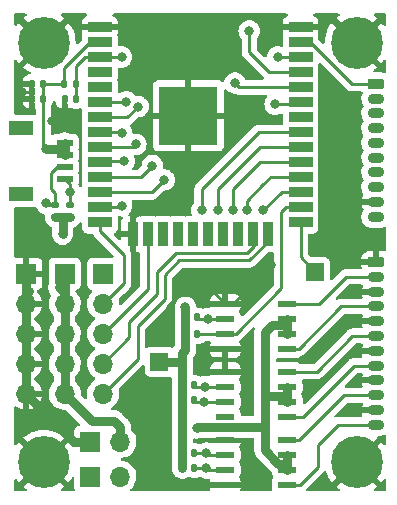
<source format=gbr>
%TF.GenerationSoftware,KiCad,Pcbnew,(6.0.0-0)*%
%TF.CreationDate,2022-04-13T11:49:57+02:00*%
%TF.ProjectId,Main,4d61696e-2e6b-4696-9361-645f70636258,rev?*%
%TF.SameCoordinates,Original*%
%TF.FileFunction,Copper,L1,Top*%
%TF.FilePolarity,Positive*%
%FSLAX46Y46*%
G04 Gerber Fmt 4.6, Leading zero omitted, Abs format (unit mm)*
G04 Created by KiCad (PCBNEW (6.0.0-0)) date 2022-04-13 11:49:57*
%MOMM*%
%LPD*%
G01*
G04 APERTURE LIST*
G04 Aperture macros list*
%AMRoundRect*
0 Rectangle with rounded corners*
0 $1 Rounding radius*
0 $2 $3 $4 $5 $6 $7 $8 $9 X,Y pos of 4 corners*
0 Add a 4 corners polygon primitive as box body*
4,1,4,$2,$3,$4,$5,$6,$7,$8,$9,$2,$3,0*
0 Add four circle primitives for the rounded corners*
1,1,$1+$1,$2,$3*
1,1,$1+$1,$4,$5*
1,1,$1+$1,$6,$7*
1,1,$1+$1,$8,$9*
0 Add four rect primitives between the rounded corners*
20,1,$1+$1,$2,$3,$4,$5,0*
20,1,$1+$1,$4,$5,$6,$7,0*
20,1,$1+$1,$6,$7,$8,$9,0*
20,1,$1+$1,$8,$9,$2,$3,0*%
G04 Aperture macros list end*
%TA.AperFunction,SMDPad,CuDef*%
%ADD10RoundRect,0.135000X0.135000X0.185000X-0.135000X0.185000X-0.135000X-0.185000X0.135000X-0.185000X0*%
%TD*%
%TA.AperFunction,ComponentPad*%
%ADD11R,1.700000X1.700000*%
%TD*%
%TA.AperFunction,ComponentPad*%
%ADD12O,1.700000X1.700000*%
%TD*%
%TA.AperFunction,SMDPad,CuDef*%
%ADD13RoundRect,0.140000X-0.140000X-0.170000X0.140000X-0.170000X0.140000X0.170000X-0.140000X0.170000X0*%
%TD*%
%TA.AperFunction,SMDPad,CuDef*%
%ADD14RoundRect,0.135000X0.185000X-0.135000X0.185000X0.135000X-0.185000X0.135000X-0.185000X-0.135000X0*%
%TD*%
%TA.AperFunction,SMDPad,CuDef*%
%ADD15RoundRect,0.070692X0.719308X0.223858X-0.719308X0.223858X-0.719308X-0.223858X0.719308X-0.223858X0*%
%TD*%
%TA.AperFunction,SMDPad,CuDef*%
%ADD16R,1.500000X1.500000*%
%TD*%
%TA.AperFunction,SMDPad,CuDef*%
%ADD17R,2.000000X0.900000*%
%TD*%
%TA.AperFunction,SMDPad,CuDef*%
%ADD18R,0.900000X2.000000*%
%TD*%
%TA.AperFunction,SMDPad,CuDef*%
%ADD19R,5.000000X5.000000*%
%TD*%
%TA.AperFunction,ComponentPad*%
%ADD20C,4.400000*%
%TD*%
%TA.AperFunction,SMDPad,CuDef*%
%ADD21RoundRect,0.140000X0.140000X0.170000X-0.140000X0.170000X-0.140000X-0.170000X0.140000X-0.170000X0*%
%TD*%
%TA.AperFunction,ComponentPad*%
%ADD22RoundRect,0.225000X-0.475000X0.225000X-0.475000X-0.225000X0.475000X-0.225000X0.475000X0.225000X0*%
%TD*%
%TA.AperFunction,ComponentPad*%
%ADD23O,1.400000X0.900000*%
%TD*%
%TA.AperFunction,SMDPad,CuDef*%
%ADD24R,1.348740X0.599440*%
%TD*%
%TA.AperFunction,SMDPad,CuDef*%
%ADD25R,1.998980X1.198880*%
%TD*%
%TA.AperFunction,SMDPad,CuDef*%
%ADD26RoundRect,0.135000X-0.135000X-0.185000X0.135000X-0.185000X0.135000X0.185000X-0.135000X0.185000X0*%
%TD*%
%TA.AperFunction,ViaPad*%
%ADD27C,0.800000*%
%TD*%
%TA.AperFunction,Conductor*%
%ADD28C,0.800000*%
%TD*%
%TA.AperFunction,Conductor*%
%ADD29C,0.250000*%
%TD*%
G04 APERTURE END LIST*
D10*
%TO.P,R9,1*%
%TO.N,/S11*%
X81010000Y-93650000D03*
%TO.P,R9,2*%
%TO.N,+3V3*%
X79990000Y-93650000D03*
%TD*%
D11*
%TO.P,J8,1,Pin_1*%
%TO.N,GND*%
X71950000Y-105725000D03*
D12*
%TO.P,J8,2,Pin_2*%
%TO.N,/ACT_POWER_AUX*%
X74490000Y-105725000D03*
%TD*%
D13*
%TO.P,C2,1*%
%TO.N,GND*%
X69790000Y-73750000D03*
%TO.P,C2,2*%
%TO.N,/EN*%
X70750000Y-73750000D03*
%TD*%
D14*
%TO.P,R3,1*%
%TO.N,+3V3*%
X69000000Y-83760000D03*
%TO.P,R3,2*%
%TO.N,/I2C_SDA*%
X69000000Y-82740000D03*
%TD*%
D15*
%TO.P,IC2,1,OA*%
%TO.N,/M5*%
X88624600Y-94905000D03*
%TO.P,IC2,2,VCC*%
%TO.N,/ACT_POWER_AUX*%
X88624600Y-93635000D03*
%TO.P,IC2,3,VCC1*%
X88624600Y-92365000D03*
%TO.P,IC2,4,OB*%
%TO.N,/M6*%
X88624600Y-91095000D03*
%TO.P,IC2,5,GND1*%
%TO.N,GND*%
X83375400Y-91095000D03*
%TO.P,IC2,6,IA*%
%TO.N,/S10*%
X83375400Y-92365000D03*
%TO.P,IC2,7,IB*%
%TO.N,/S11*%
X83375400Y-93635000D03*
%TO.P,IC2,8,GND*%
%TO.N,GND*%
X83375400Y-94905000D03*
%TD*%
D10*
%TO.P,R6,1*%
%TO.N,/S10*%
X81010000Y-92250000D03*
%TO.P,R6,2*%
%TO.N,+3V3*%
X79990000Y-92250000D03*
%TD*%
D16*
%TO.P,TP6,1,1*%
%TO.N,+3V3*%
X77800000Y-96000000D03*
%TD*%
D10*
%TO.P,R8,1*%
%TO.N,/S7*%
X80760000Y-103750000D03*
%TO.P,R8,2*%
%TO.N,+3V3*%
X79740000Y-103750000D03*
%TD*%
D17*
%TO.P,U1,1,GND*%
%TO.N,GND*%
X72750000Y-67685000D03*
%TO.P,U1,2,VDD*%
%TO.N,+3V3*%
X72750000Y-68955000D03*
%TO.P,U1,3,EN*%
%TO.N,/EN*%
X72750000Y-70225000D03*
%TO.P,U1,4,SENSOR_VP*%
%TO.N,unconnected-(U1-Pad4)*%
X72750000Y-71495000D03*
%TO.P,U1,5,SENSOR_VN*%
%TO.N,unconnected-(U1-Pad5)*%
X72750000Y-72765000D03*
%TO.P,U1,6,IO34*%
%TO.N,/IO34*%
X72750000Y-74035000D03*
%TO.P,U1,7,IO35*%
%TO.N,/IO35*%
X72750000Y-75305000D03*
%TO.P,U1,8,IO32*%
%TO.N,/IO32*%
X72750000Y-76575000D03*
%TO.P,U1,9,IO33*%
%TO.N,/IO33*%
X72750000Y-77845000D03*
%TO.P,U1,10,IO25*%
%TO.N,/IO25*%
X72750000Y-79115000D03*
%TO.P,U1,11,IO26*%
%TO.N,/IO26*%
X72750000Y-80385000D03*
%TO.P,U1,12,IO27*%
%TO.N,/IO27*%
X72750000Y-81655000D03*
%TO.P,U1,13,IO14*%
%TO.N,/S1*%
X72750000Y-82925000D03*
%TO.P,U1,14,IO12*%
%TO.N,/S2*%
X72750000Y-84195000D03*
D18*
%TO.P,U1,15,GND*%
%TO.N,GND*%
X75535000Y-85195000D03*
%TO.P,U1,16,IO13*%
%TO.N,/S3*%
X76805000Y-85195000D03*
%TO.P,U1,17,SHD/SD2*%
%TO.N,unconnected-(U1-Pad17)*%
X78075000Y-85195000D03*
%TO.P,U1,18,SWP/SD3*%
%TO.N,unconnected-(U1-Pad18)*%
X79345000Y-85195000D03*
%TO.P,U1,19,SCS/CMD*%
%TO.N,unconnected-(U1-Pad19)*%
X80615000Y-85195000D03*
%TO.P,U1,20,SCK/CLK*%
%TO.N,unconnected-(U1-Pad20)*%
X81885000Y-85195000D03*
%TO.P,U1,21,SDO/SD0*%
%TO.N,unconnected-(U1-Pad21)*%
X83155000Y-85195000D03*
%TO.P,U1,22,SDI/SD1*%
%TO.N,unconnected-(U1-Pad22)*%
X84425000Y-85195000D03*
%TO.P,U1,23,IO15*%
%TO.N,/S4*%
X85695000Y-85195000D03*
%TO.P,U1,24,IO2*%
%TO.N,/S5*%
X86965000Y-85195000D03*
D17*
%TO.P,U1,25,IO0*%
%TO.N,/BOOT0*%
X89750000Y-84195000D03*
%TO.P,U1,26,IO4*%
%TO.N,/S11*%
X89750000Y-82925000D03*
%TO.P,U1,27,IO16*%
%TO.N,/S6*%
X89750000Y-81655000D03*
%TO.P,U1,28,IO17*%
%TO.N,/S7*%
X89750000Y-80385000D03*
%TO.P,U1,29,IO5*%
%TO.N,/S8*%
X89750000Y-79115000D03*
%TO.P,U1,30,IO18*%
%TO.N,/S9*%
X89750000Y-77845000D03*
%TO.P,U1,31,IO19*%
%TO.N,/S10*%
X89750000Y-76575000D03*
%TO.P,U1,32,NC*%
%TO.N,unconnected-(U1-Pad32)*%
X89750000Y-75305000D03*
%TO.P,U1,33,IO21*%
%TO.N,/I2C_SDA*%
X89750000Y-74035000D03*
%TO.P,U1,34,RXD0/IO3*%
%TO.N,/RXD0*%
X89750000Y-72765000D03*
%TO.P,U1,35,TXD0/IO1*%
%TO.N,/TXD0*%
X89750000Y-71495000D03*
%TO.P,U1,36,IO22*%
%TO.N,/I2C_SCL*%
X89750000Y-70225000D03*
%TO.P,U1,37,IO23*%
%TO.N,/IO23*%
X89750000Y-68955000D03*
%TO.P,U1,38,GND*%
%TO.N,GND*%
X89750000Y-67685000D03*
D19*
%TO.P,U1,39,GND*%
X80250000Y-75185000D03*
%TD*%
D20*
%TO.P,H4,1,1*%
%TO.N,GND*%
X68000000Y-69000000D03*
%TD*%
D21*
%TO.P,C4,1*%
%TO.N,+3V3*%
X67980000Y-72500000D03*
%TO.P,C4,2*%
%TO.N,GND*%
X67020000Y-72500000D03*
%TD*%
D11*
%TO.P,J4,1,Pin_1*%
%TO.N,GND*%
X66525000Y-88550000D03*
D12*
%TO.P,J4,2,Pin_2*%
X66525000Y-91090000D03*
%TO.P,J4,3,Pin_3*%
X66525000Y-93630000D03*
%TO.P,J4,4,Pin_4*%
X66525000Y-96170000D03*
%TO.P,J4,5,Pin_5*%
X66525000Y-98710000D03*
%TD*%
D10*
%TO.P,R7,1*%
%TO.N,/S6*%
X80760000Y-105000000D03*
%TO.P,R7,2*%
%TO.N,+3V3*%
X79740000Y-105000000D03*
%TD*%
%TO.P,R5,1*%
%TO.N,/S9*%
X80760000Y-98000000D03*
%TO.P,R5,2*%
%TO.N,+3V3*%
X79740000Y-98000000D03*
%TD*%
D15*
%TO.P,IC1,1,OA*%
%TO.N,/M3*%
X88624600Y-100655000D03*
%TO.P,IC1,2,VCC*%
%TO.N,/ACT_POWER_AUX*%
X88624600Y-99385000D03*
%TO.P,IC1,3,VCC1*%
X88624600Y-98115000D03*
%TO.P,IC1,4,OB*%
%TO.N,/M4*%
X88624600Y-96845000D03*
%TO.P,IC1,5,GND1*%
%TO.N,GND*%
X83375400Y-96845000D03*
%TO.P,IC1,6,IA*%
%TO.N,/S9*%
X83375400Y-98115000D03*
%TO.P,IC1,7,IB*%
%TO.N,/S8*%
X83375400Y-99385000D03*
%TO.P,IC1,8,GND*%
%TO.N,GND*%
X83375400Y-100655000D03*
%TD*%
D11*
%TO.P,J5,1,Pin_1*%
%TO.N,/ACT_POWER*%
X69775000Y-88550000D03*
D12*
%TO.P,J5,2,Pin_2*%
X69775000Y-91090000D03*
%TO.P,J5,3,Pin_3*%
X69775000Y-93630000D03*
%TO.P,J5,4,Pin_4*%
X69775000Y-96170000D03*
%TO.P,J5,5,Pin_5*%
X69775000Y-98710000D03*
%TD*%
D21*
%TO.P,C3,1*%
%TO.N,+3V3*%
X67980000Y-73750000D03*
%TO.P,C3,2*%
%TO.N,GND*%
X67020000Y-73750000D03*
%TD*%
D15*
%TO.P,IC3,1,OA*%
%TO.N,/M1*%
X88624600Y-106405000D03*
%TO.P,IC3,2,VCC*%
%TO.N,/ACT_POWER_AUX*%
X88624600Y-105135000D03*
%TO.P,IC3,3,VCC1*%
X88624600Y-103865000D03*
%TO.P,IC3,4,OB*%
%TO.N,/M2*%
X88624600Y-102595000D03*
%TO.P,IC3,5,GND1*%
%TO.N,GND*%
X83375400Y-102595000D03*
%TO.P,IC3,6,IA*%
%TO.N,/S7*%
X83375400Y-103865000D03*
%TO.P,IC3,7,IB*%
%TO.N,/S6*%
X83375400Y-105135000D03*
%TO.P,IC3,8,GND*%
%TO.N,GND*%
X83375400Y-106405000D03*
%TD*%
D16*
%TO.P,TP4,1,1*%
%TO.N,/BOOT0*%
X91000000Y-88400000D03*
%TD*%
D14*
%TO.P,R2,1*%
%TO.N,+3V3*%
X70250000Y-83760000D03*
%TO.P,R2,2*%
%TO.N,/I2C_SCL*%
X70250000Y-82740000D03*
%TD*%
D11*
%TO.P,J6,1,Pin_1*%
%TO.N,/S1*%
X73025000Y-88550000D03*
D12*
%TO.P,J6,2,Pin_2*%
%TO.N,/S2*%
X73025000Y-91090000D03*
%TO.P,J6,3,Pin_3*%
%TO.N,/S3*%
X73025000Y-93630000D03*
%TO.P,J6,4,Pin_4*%
%TO.N,/S4*%
X73025000Y-96170000D03*
%TO.P,J6,5,Pin_5*%
%TO.N,/S5*%
X73025000Y-98710000D03*
%TD*%
D22*
%TO.P,J7,1,Pin_1*%
%TO.N,GND*%
X96100000Y-87575000D03*
D23*
%TO.P,J7,2,Pin_2*%
%TO.N,/M6*%
X96100000Y-88825000D03*
%TO.P,J7,3,Pin_3*%
%TO.N,GND*%
X96100000Y-90075000D03*
%TO.P,J7,4,Pin_4*%
%TO.N,/M5*%
X96100000Y-91325000D03*
%TO.P,J7,5,Pin_5*%
%TO.N,GND*%
X96100000Y-92575000D03*
%TO.P,J7,6,Pin_6*%
%TO.N,/M4*%
X96100000Y-93825000D03*
%TO.P,J7,7,Pin_7*%
%TO.N,GND*%
X96100000Y-95075000D03*
%TO.P,J7,8,Pin_8*%
%TO.N,/M3*%
X96100000Y-96325000D03*
%TO.P,J7,9,Pin_9*%
%TO.N,GND*%
X96100000Y-97575000D03*
%TO.P,J7,10,Pin_10*%
%TO.N,/M2*%
X96100000Y-98825000D03*
%TO.P,J7,11,Pin_11*%
%TO.N,GND*%
X96100000Y-100075000D03*
%TO.P,J7,12,Pin_12*%
%TO.N,/M1*%
X96100000Y-101325000D03*
%TD*%
D20*
%TO.P,H2,1,1*%
%TO.N,GND*%
X94500000Y-69000000D03*
%TD*%
D10*
%TO.P,R4,1*%
%TO.N,/S8*%
X80760000Y-99250000D03*
%TO.P,R4,2*%
%TO.N,+3V3*%
X79740000Y-99250000D03*
%TD*%
D24*
%TO.P,J2,1,GND*%
%TO.N,+3V3*%
X69776285Y-77501400D03*
%TO.P,J2,2,VCC*%
X69776285Y-78502160D03*
%TO.P,J2,3,SDA*%
%TO.N,/I2C_SDA*%
X69776285Y-79497840D03*
%TO.P,J2,4,SCL*%
%TO.N,/I2C_SCL*%
X69776285Y-80498600D03*
D25*
%TO.P,J2,NC1*%
%TO.N,N/C*%
X66103445Y-81799080D03*
%TO.P,J2,NC2*%
X66103445Y-76200920D03*
%TD*%
D11*
%TO.P,J3,1,Pin_1*%
%TO.N,GND*%
X71950000Y-102775000D03*
D12*
%TO.P,J3,2,Pin_2*%
%TO.N,/ACT_POWER*%
X74490000Y-102775000D03*
%TD*%
D20*
%TO.P,H1,1,1*%
%TO.N,GND*%
X68000000Y-104500000D03*
%TD*%
%TO.P,H3,1,1*%
%TO.N,GND*%
X94500000Y-104500000D03*
%TD*%
D26*
%TO.P,R1,1*%
%TO.N,+3V3*%
X69740000Y-72500000D03*
%TO.P,R1,2*%
%TO.N,/EN*%
X70760000Y-72500000D03*
%TD*%
D22*
%TO.P,J1,1,Pin_1*%
%TO.N,/IO23*%
X96100000Y-72475000D03*
D23*
%TO.P,J1,2,Pin_2*%
%TO.N,/IO34*%
X96100000Y-73725000D03*
%TO.P,J1,3,Pin_3*%
%TO.N,/IO35*%
X96100000Y-74975000D03*
%TO.P,J1,4,Pin_4*%
%TO.N,/IO32*%
X96100000Y-76225000D03*
%TO.P,J1,5,Pin_5*%
%TO.N,/IO33*%
X96100000Y-77475000D03*
%TO.P,J1,6,Pin_6*%
%TO.N,/IO25*%
X96100000Y-78725000D03*
%TO.P,J1,7,Pin_7*%
%TO.N,/IO26*%
X96100000Y-79975000D03*
%TO.P,J1,8,Pin_8*%
%TO.N,/IO27*%
X96100000Y-81225000D03*
%TO.P,J1,9,Pin_9*%
%TO.N,GND*%
X96100000Y-82475000D03*
%TO.P,J1,10,Pin_10*%
%TO.N,+3V3*%
X96100000Y-83725000D03*
%TD*%
D27*
%TO.N,GND*%
X68704500Y-75600000D03*
X87250000Y-87850000D03*
X66200000Y-73200000D03*
X75800000Y-83400000D03*
X70200000Y-75600000D03*
X81800000Y-95650000D03*
X74600000Y-67600000D03*
X78400000Y-92200000D03*
%TO.N,/EN*%
X74600000Y-70200000D03*
%TO.N,+3V3*%
X80000000Y-91400000D03*
X68200000Y-78000000D03*
X69600000Y-85200000D03*
%TO.N,/I2C_SDA*%
X68224500Y-82600000D03*
X87600000Y-74200000D03*
%TO.N,/I2C_SCL*%
X70250000Y-81650000D03*
X87800000Y-70200000D03*
%TO.N,/S1*%
X74600000Y-82800000D03*
%TO.N,/RXD0*%
X84200000Y-72400000D03*
%TO.N,/TXD0*%
X85400000Y-68000000D03*
%TO.N,/ACT_POWER_AUX*%
X81000000Y-101600000D03*
%TO.N,/S9*%
X81635000Y-98115000D03*
X82800000Y-83200000D03*
%TO.N,/S8*%
X84000000Y-83200000D03*
X81615000Y-99385000D03*
%TO.N,/S10*%
X81400000Y-83200000D03*
X81885000Y-92365000D03*
%TO.N,/S7*%
X85200000Y-83200000D03*
X81750000Y-103750000D03*
%TO.N,/S6*%
X81750000Y-105000000D03*
X86600000Y-83200000D03*
%TO.N,/IO25*%
X74800000Y-79000000D03*
%TO.N,/IO26*%
X77200000Y-79400000D03*
%TO.N,/IO27*%
X78200000Y-80600000D03*
%TO.N,/IO32*%
X74600000Y-76600000D03*
%TO.N,/IO33*%
X75800000Y-77600000D03*
%TO.N,/IO34*%
X75000000Y-74000000D03*
%TO.N,/IO35*%
X76000000Y-74400000D03*
%TD*%
D28*
%TO.N,+3V3*%
X79740000Y-98000000D02*
X79740000Y-96160000D01*
X79740000Y-96160000D02*
X79740000Y-95260000D01*
X79580000Y-96000000D02*
X79740000Y-96160000D01*
X77800000Y-96000000D02*
X79580000Y-96000000D01*
D29*
%TO.N,/S11*%
X83375400Y-93635000D02*
X81025000Y-93635000D01*
X81025000Y-93635000D02*
X81010000Y-93650000D01*
%TO.N,+3V3*%
X69740000Y-72500000D02*
X69740000Y-71160000D01*
X69740000Y-71160000D02*
X71945000Y-68955000D01*
X71945000Y-68955000D02*
X72750000Y-68955000D01*
X67980000Y-72500000D02*
X69740000Y-72500000D01*
%TO.N,/EN*%
X70760000Y-71260000D02*
X70760000Y-70965000D01*
X70750000Y-71270000D02*
X70760000Y-71260000D01*
X70750000Y-73750000D02*
X70750000Y-71270000D01*
%TO.N,GND*%
X70200000Y-75600000D02*
X68704500Y-75600000D01*
%TO.N,+3V3*%
X67980000Y-73750000D02*
X67980000Y-77780000D01*
X67980000Y-77780000D02*
X68200000Y-78000000D01*
%TO.N,GND*%
X83375400Y-91095000D02*
X82080400Y-89800000D01*
D28*
X66750000Y-89975000D02*
X66525000Y-90200000D01*
D29*
X82080400Y-89800000D02*
X79950000Y-89800000D01*
X66220000Y-73180000D02*
X66200000Y-73200000D01*
X83375400Y-91095000D02*
X84005000Y-91095000D01*
X79950000Y-89800000D02*
X78400000Y-91350000D01*
X81824600Y-95674600D02*
X81800000Y-95650000D01*
X84005000Y-91095000D02*
X87250000Y-87850000D01*
X83375400Y-94905000D02*
X83375400Y-95674600D01*
X83375400Y-95674600D02*
X81824600Y-95674600D01*
X75535000Y-83665000D02*
X75800000Y-83400000D01*
D28*
X66525000Y-98710000D02*
X70590000Y-102775000D01*
D29*
X67020000Y-73180000D02*
X66220000Y-73180000D01*
X72750000Y-67685000D02*
X74515000Y-67685000D01*
X67020000Y-73750000D02*
X67020000Y-73180000D01*
X75535000Y-85195000D02*
X75535000Y-83665000D01*
D28*
X66525000Y-88550000D02*
X66525000Y-98710000D01*
D29*
X74515000Y-67685000D02*
X74600000Y-67600000D01*
X67020000Y-73180000D02*
X67020000Y-72500000D01*
X78400000Y-91350000D02*
X78400000Y-92200000D01*
D28*
X70590000Y-102775000D02*
X71950000Y-102775000D01*
D29*
X83375400Y-95674600D02*
X83375400Y-96845000D01*
%TO.N,/EN*%
X72750000Y-70225000D02*
X74575000Y-70225000D01*
X71500000Y-70225000D02*
X72750000Y-70225000D01*
X70760000Y-70965000D02*
X71500000Y-70225000D01*
X74575000Y-70225000D02*
X74600000Y-70200000D01*
D28*
%TO.N,+3V3*%
X69600000Y-85200000D02*
X69600000Y-83800000D01*
X79740000Y-105000000D02*
X79740000Y-103750000D01*
X79740000Y-99250000D02*
X79740000Y-98000000D01*
X79740000Y-95260000D02*
X80000000Y-95000000D01*
X69560000Y-83760000D02*
X69000000Y-83760000D01*
X69776285Y-77976285D02*
X68223715Y-77976285D01*
X79740000Y-103750000D02*
X79740000Y-99250000D01*
X69560000Y-83760000D02*
X70250000Y-83760000D01*
X80000000Y-91400000D02*
X80000000Y-95000000D01*
X69600000Y-83800000D02*
X69560000Y-83760000D01*
X69776285Y-77501400D02*
X69776285Y-77976285D01*
X69776285Y-77976285D02*
X69776285Y-78502160D01*
X68223715Y-77976285D02*
X68200000Y-78000000D01*
D29*
X67980000Y-73750000D02*
X67980000Y-72500000D01*
%TO.N,/I2C_SDA*%
X69102160Y-79497840D02*
X68600000Y-80000000D01*
X68600000Y-81350000D02*
X69000000Y-81750000D01*
X87600000Y-74200000D02*
X89585000Y-74200000D01*
X68600000Y-80000000D02*
X68600000Y-81350000D01*
X69776285Y-79497840D02*
X69102160Y-79497840D01*
X89585000Y-74200000D02*
X89750000Y-74035000D01*
X69000000Y-82740000D02*
X68364500Y-82740000D01*
X68364500Y-82740000D02*
X68224500Y-82600000D01*
X69000000Y-81750000D02*
X69000000Y-82740000D01*
%TO.N,/I2C_SCL*%
X87800000Y-70200000D02*
X89725000Y-70200000D01*
X70250000Y-80972315D02*
X69776285Y-80498600D01*
X70250000Y-82740000D02*
X70250000Y-81650000D01*
X70250000Y-81650000D02*
X70250000Y-80972315D01*
X89725000Y-70200000D02*
X89750000Y-70225000D01*
D28*
%TO.N,/ACT_POWER*%
X69290000Y-89715000D02*
X69775000Y-90200000D01*
X73917081Y-101000000D02*
X72065000Y-101000000D01*
X74490000Y-102775000D02*
X74490000Y-101572919D01*
X74490000Y-101572919D02*
X73917081Y-101000000D01*
X69775000Y-98710000D02*
X72065000Y-101000000D01*
X69775000Y-98710000D02*
X69775000Y-88550000D01*
X72065000Y-101000000D02*
X73600000Y-101000000D01*
D29*
%TO.N,/S1*%
X74475000Y-82925000D02*
X74600000Y-82800000D01*
X72750000Y-82925000D02*
X74475000Y-82925000D01*
%TO.N,/S2*%
X74800000Y-89315000D02*
X74800000Y-87000000D01*
X72750000Y-84950000D02*
X72750000Y-84195000D01*
X73025000Y-91090000D02*
X74800000Y-89315000D01*
X74800000Y-87000000D02*
X72750000Y-84950000D01*
%TO.N,/S3*%
X76805000Y-89850000D02*
X73025000Y-93630000D01*
X76805000Y-85195000D02*
X76805000Y-89850000D01*
%TO.N,/S4*%
X85200000Y-86800000D02*
X85800000Y-86200000D01*
X79200000Y-86800000D02*
X85200000Y-86800000D01*
X77600000Y-88400000D02*
X79200000Y-86800000D01*
X77600000Y-90250000D02*
X77600000Y-88400000D01*
X73025000Y-96170000D02*
X75250000Y-93945000D01*
X75250000Y-93945000D02*
X75250000Y-92600000D01*
X75250000Y-92600000D02*
X77600000Y-90250000D01*
%TO.N,/S5*%
X79500000Y-87400000D02*
X85400000Y-87400000D01*
X75967500Y-95767500D02*
X75967500Y-92982500D01*
X75967500Y-92982500D02*
X78250000Y-90700000D01*
X78250000Y-88650000D02*
X79500000Y-87400000D01*
X73025000Y-98710000D02*
X75967500Y-95767500D01*
X78250000Y-90700000D02*
X78250000Y-88650000D01*
X85400000Y-87400000D02*
X86965000Y-85835000D01*
X86965000Y-85835000D02*
X86965000Y-85195000D01*
%TO.N,/RXD0*%
X84565000Y-72765000D02*
X84200000Y-72400000D01*
X89750000Y-72765000D02*
X84565000Y-72765000D01*
%TO.N,/TXD0*%
X89750000Y-71495000D02*
X87095000Y-71495000D01*
X87095000Y-71495000D02*
X86200000Y-70600000D01*
X85400000Y-69800000D02*
X85400000Y-68000000D01*
X86200000Y-70600000D02*
X85400000Y-69800000D01*
%TO.N,/BOOT0*%
X89750000Y-87150000D02*
X91000000Y-88400000D01*
X89750000Y-84195000D02*
X89750000Y-87150000D01*
%TO.N,/M3*%
X89945000Y-100655000D02*
X94275000Y-96325000D01*
X94275000Y-96325000D02*
X96100000Y-96325000D01*
X88624600Y-100655000D02*
X89945000Y-100655000D01*
D28*
%TO.N,/ACT_POWER_AUX*%
X88624600Y-98874600D02*
X86875400Y-98874600D01*
X81050000Y-101550000D02*
X81000000Y-101600000D01*
X88624600Y-103865000D02*
X88624600Y-104624600D01*
X88624600Y-98115000D02*
X88624600Y-98874600D01*
X88624600Y-92365000D02*
X88624600Y-92875400D01*
X87374600Y-92875400D02*
X88624600Y-92875400D01*
X86875400Y-98874600D02*
X86750000Y-99000000D01*
X86750000Y-103500000D02*
X86750000Y-101550000D01*
X87874600Y-104624600D02*
X86750000Y-103500000D01*
X88624600Y-98874600D02*
X88624600Y-99385000D01*
X86750000Y-93500000D02*
X87374600Y-92875400D01*
X88624600Y-92875400D02*
X88624600Y-93635000D01*
X86750000Y-101550000D02*
X86750000Y-99000000D01*
X86750000Y-101550000D02*
X81050000Y-101550000D01*
X86750000Y-99000000D02*
X86750000Y-93500000D01*
X88624600Y-104624600D02*
X87874600Y-104624600D01*
X88624600Y-104624600D02*
X88624600Y-105135000D01*
D29*
%TO.N,/M4*%
X88624600Y-96845000D02*
X91105000Y-96845000D01*
X94125000Y-93825000D02*
X96100000Y-93825000D01*
X91105000Y-96845000D02*
X94125000Y-93825000D01*
%TO.N,/S9*%
X86355000Y-77845000D02*
X89750000Y-77845000D01*
X80875000Y-98115000D02*
X80760000Y-98000000D01*
X82800000Y-81400000D02*
X86355000Y-77845000D01*
X82800000Y-83200000D02*
X82800000Y-81400000D01*
X83375400Y-98115000D02*
X80875000Y-98115000D01*
%TO.N,/S8*%
X84000000Y-81400000D02*
X86285000Y-79115000D01*
X80895000Y-99385000D02*
X80760000Y-99250000D01*
X83375400Y-99385000D02*
X80895000Y-99385000D01*
X84000000Y-83200000D02*
X84000000Y-81400000D01*
X86285000Y-79115000D02*
X89750000Y-79115000D01*
%TO.N,/M5*%
X89595000Y-94905000D02*
X93175000Y-91325000D01*
X88624600Y-94905000D02*
X89595000Y-94905000D01*
X93175000Y-91325000D02*
X96100000Y-91325000D01*
%TO.N,/M6*%
X91305000Y-91095000D02*
X93575000Y-88825000D01*
X93575000Y-88825000D02*
X96100000Y-88825000D01*
X88624600Y-91095000D02*
X91305000Y-91095000D01*
%TO.N,/S10*%
X86225000Y-76575000D02*
X89750000Y-76575000D01*
X83375400Y-92365000D02*
X81125000Y-92365000D01*
X81125000Y-92365000D02*
X81010000Y-92250000D01*
X81400000Y-81400000D02*
X86225000Y-76575000D01*
X81400000Y-83200000D02*
X81400000Y-81400000D01*
%TO.N,/S11*%
X88100000Y-83325000D02*
X88500000Y-82925000D01*
X83375400Y-93635000D02*
X84265000Y-93635000D01*
X84265000Y-93635000D02*
X88100000Y-89800000D01*
X88100000Y-89800000D02*
X88100000Y-83325000D01*
X88500000Y-82925000D02*
X89750000Y-82925000D01*
%TO.N,/M1*%
X91200000Y-103050000D02*
X92925000Y-101325000D01*
X89695000Y-106405000D02*
X91200000Y-104900000D01*
X92925000Y-101325000D02*
X96100000Y-101325000D01*
X91200000Y-104900000D02*
X91200000Y-103050000D01*
X88624600Y-106405000D02*
X89695000Y-106405000D01*
%TO.N,/M2*%
X88624600Y-102595000D02*
X89655000Y-102595000D01*
X93425000Y-98825000D02*
X96100000Y-98825000D01*
X89655000Y-102595000D02*
X93425000Y-98825000D01*
%TO.N,/S7*%
X80760000Y-103750000D02*
X81750000Y-103750000D01*
X87215000Y-80385000D02*
X89750000Y-80385000D01*
X81865000Y-103865000D02*
X81750000Y-103750000D01*
X83375400Y-103865000D02*
X81865000Y-103865000D01*
X85200000Y-82400000D02*
X86600000Y-81000000D01*
X86600000Y-81000000D02*
X87215000Y-80385000D01*
X85200000Y-83200000D02*
X85200000Y-82400000D01*
%TO.N,/S6*%
X80760000Y-105000000D02*
X81750000Y-105000000D01*
X88145000Y-81655000D02*
X89750000Y-81655000D01*
X83375400Y-105135000D02*
X81885000Y-105135000D01*
X86600000Y-83200000D02*
X88145000Y-81655000D01*
X81885000Y-105135000D02*
X81750000Y-105000000D01*
%TO.N,/IO23*%
X90579022Y-68955000D02*
X92562011Y-70937989D01*
X96100000Y-72475000D02*
X94099022Y-72475000D01*
X94099022Y-72475000D02*
X92562011Y-70937989D01*
X89750000Y-68955000D02*
X90579022Y-68955000D01*
%TO.N,/IO25*%
X72865000Y-79000000D02*
X72750000Y-79115000D01*
X74800000Y-79000000D02*
X72865000Y-79000000D01*
%TO.N,/IO26*%
X76215000Y-80385000D02*
X77200000Y-79400000D01*
X72750000Y-80385000D02*
X76215000Y-80385000D01*
%TO.N,/IO27*%
X77145000Y-81655000D02*
X78200000Y-80600000D01*
X72750000Y-81655000D02*
X77145000Y-81655000D01*
%TO.N,/IO32*%
X74575000Y-76575000D02*
X74600000Y-76600000D01*
X72750000Y-76575000D02*
X74575000Y-76575000D01*
%TO.N,/IO33*%
X72750000Y-77845000D02*
X75555000Y-77845000D01*
X75555000Y-77845000D02*
X75800000Y-77600000D01*
%TO.N,/IO34*%
X75000000Y-74000000D02*
X72785000Y-74000000D01*
X72785000Y-74000000D02*
X72750000Y-74035000D01*
%TO.N,/IO35*%
X72750000Y-75305000D02*
X75095000Y-75305000D01*
X75095000Y-75305000D02*
X76000000Y-74400000D01*
%TD*%
%TA.AperFunction,Conductor*%
%TO.N,GND*%
G36*
X67360235Y-82923827D02*
G01*
X67386394Y-82961821D01*
X67387933Y-82965278D01*
X67389973Y-82971556D01*
X67393273Y-82977272D01*
X67393274Y-82977274D01*
X67411511Y-83008861D01*
X67485460Y-83136944D01*
X67613247Y-83278866D01*
X67712343Y-83350864D01*
X67757186Y-83383444D01*
X67767748Y-83391118D01*
X67773776Y-83393802D01*
X67773778Y-83393803D01*
X67839657Y-83423134D01*
X67942212Y-83468794D01*
X67984168Y-83477712D01*
X68001603Y-83481418D01*
X68064076Y-83515147D01*
X68098398Y-83577296D01*
X68098652Y-83630863D01*
X68092873Y-83658049D01*
X68092872Y-83658058D01*
X68091500Y-83664513D01*
X68091500Y-83855487D01*
X68131206Y-84042288D01*
X68133891Y-84048318D01*
X68133891Y-84048319D01*
X68180395Y-84152768D01*
X68208882Y-84216752D01*
X68321134Y-84371253D01*
X68326044Y-84375674D01*
X68326045Y-84375675D01*
X68413392Y-84454322D01*
X68463056Y-84499040D01*
X68492657Y-84516130D01*
X68628444Y-84594527D01*
X68626915Y-84597176D01*
X68670914Y-84634650D01*
X68691500Y-84703671D01*
X68691500Y-85145784D01*
X68690810Y-85158955D01*
X68686496Y-85200000D01*
X68691500Y-85247610D01*
X68706458Y-85389928D01*
X68765473Y-85571556D01*
X68860960Y-85736944D01*
X68988747Y-85878866D01*
X69143248Y-85991118D01*
X69149276Y-85993802D01*
X69149278Y-85993803D01*
X69311681Y-86066109D01*
X69317712Y-86068794D01*
X69411112Y-86088647D01*
X69498056Y-86107128D01*
X69498061Y-86107128D01*
X69504513Y-86108500D01*
X69695487Y-86108500D01*
X69701939Y-86107128D01*
X69701944Y-86107128D01*
X69788888Y-86088647D01*
X69882288Y-86068794D01*
X69888319Y-86066109D01*
X70050722Y-85993803D01*
X70050724Y-85993802D01*
X70056752Y-85991118D01*
X70211253Y-85878866D01*
X70339040Y-85736944D01*
X70434527Y-85571556D01*
X70493542Y-85389928D01*
X70498647Y-85341362D01*
X70508500Y-85247610D01*
X70512814Y-85206565D01*
X70513504Y-85200000D01*
X70509190Y-85158955D01*
X70508500Y-85145784D01*
X70508500Y-84722805D01*
X70528502Y-84654684D01*
X70582158Y-84608191D01*
X70595550Y-84602977D01*
X70621556Y-84594527D01*
X70650856Y-84577611D01*
X70757343Y-84516130D01*
X70786944Y-84499040D01*
X70836609Y-84454322D01*
X70923955Y-84375675D01*
X70923956Y-84375674D01*
X70928866Y-84371253D01*
X71013563Y-84254677D01*
X71069787Y-84211323D01*
X71140523Y-84205248D01*
X71203314Y-84238380D01*
X71238226Y-84300200D01*
X71241500Y-84328738D01*
X71241500Y-84693134D01*
X71248255Y-84755316D01*
X71299385Y-84891705D01*
X71386739Y-85008261D01*
X71503295Y-85095615D01*
X71639684Y-85146745D01*
X71701866Y-85153500D01*
X72062488Y-85153500D01*
X72130609Y-85173502D01*
X72170938Y-85215356D01*
X72174291Y-85221025D01*
X72182988Y-85238776D01*
X72190448Y-85257617D01*
X72195110Y-85264033D01*
X72195110Y-85264034D01*
X72216436Y-85293387D01*
X72222952Y-85303307D01*
X72245458Y-85341362D01*
X72259779Y-85355683D01*
X72272619Y-85370716D01*
X72284528Y-85387107D01*
X72290634Y-85392158D01*
X72318605Y-85415298D01*
X72327384Y-85423288D01*
X73880500Y-86976405D01*
X73914526Y-87038717D01*
X73909461Y-87109533D01*
X73866914Y-87166368D01*
X73800394Y-87191179D01*
X73791405Y-87191500D01*
X72126866Y-87191500D01*
X72064684Y-87198255D01*
X71928295Y-87249385D01*
X71811739Y-87336739D01*
X71724385Y-87453295D01*
X71673255Y-87589684D01*
X71666500Y-87651866D01*
X71666500Y-89448134D01*
X71673255Y-89510316D01*
X71724385Y-89646705D01*
X71811739Y-89763261D01*
X71928295Y-89850615D01*
X71936704Y-89853767D01*
X71936705Y-89853768D01*
X72045451Y-89894535D01*
X72102216Y-89937176D01*
X72126916Y-90003738D01*
X72111709Y-90073087D01*
X72092316Y-90099568D01*
X71978860Y-90218293D01*
X71965629Y-90232138D01*
X71962715Y-90236410D01*
X71962714Y-90236411D01*
X71938472Y-90271949D01*
X71839743Y-90416680D01*
X71808499Y-90483989D01*
X71748725Y-90612763D01*
X71745688Y-90619305D01*
X71685989Y-90834570D01*
X71662251Y-91056695D01*
X71662548Y-91061848D01*
X71662548Y-91061851D01*
X71671094Y-91210072D01*
X71675110Y-91279715D01*
X71676247Y-91284761D01*
X71676248Y-91284767D01*
X71689597Y-91344000D01*
X71724222Y-91497639D01*
X71775967Y-91625073D01*
X71789214Y-91657695D01*
X71808266Y-91704616D01*
X71833388Y-91745611D01*
X71870574Y-91806293D01*
X71924987Y-91895088D01*
X72071250Y-92063938D01*
X72243126Y-92206632D01*
X72305953Y-92243345D01*
X72316445Y-92249476D01*
X72365169Y-92301114D01*
X72378240Y-92370897D01*
X72351509Y-92436669D01*
X72311055Y-92470027D01*
X72298607Y-92476507D01*
X72294474Y-92479610D01*
X72294471Y-92479612D01*
X72124100Y-92607530D01*
X72119965Y-92610635D01*
X71965629Y-92772138D01*
X71839743Y-92956680D01*
X71824003Y-92990590D01*
X71749423Y-93151259D01*
X71745688Y-93159305D01*
X71685989Y-93374570D01*
X71662251Y-93596695D01*
X71662548Y-93601848D01*
X71662548Y-93601851D01*
X71668011Y-93696590D01*
X71675110Y-93819715D01*
X71676247Y-93824761D01*
X71676248Y-93824767D01*
X71689597Y-93884000D01*
X71724222Y-94037639D01*
X71808266Y-94244616D01*
X71825012Y-94271943D01*
X71917667Y-94423142D01*
X71924987Y-94435088D01*
X72071250Y-94603938D01*
X72243126Y-94746632D01*
X72265221Y-94759543D01*
X72316445Y-94789476D01*
X72365169Y-94841114D01*
X72378240Y-94910897D01*
X72351509Y-94976669D01*
X72311055Y-95010027D01*
X72298607Y-95016507D01*
X72294474Y-95019610D01*
X72294471Y-95019612D01*
X72139052Y-95136304D01*
X72119965Y-95150635D01*
X71965629Y-95312138D01*
X71962715Y-95316410D01*
X71962714Y-95316411D01*
X71896777Y-95413071D01*
X71839743Y-95496680D01*
X71816400Y-95546969D01*
X71748115Y-95694077D01*
X71745688Y-95699305D01*
X71685989Y-95914570D01*
X71662251Y-96136695D01*
X71662548Y-96141848D01*
X71662548Y-96141851D01*
X71669717Y-96266179D01*
X71675110Y-96359715D01*
X71676247Y-96364761D01*
X71676248Y-96364767D01*
X71680719Y-96384605D01*
X71724222Y-96577639D01*
X71808266Y-96784616D01*
X71924987Y-96975088D01*
X72071250Y-97143938D01*
X72243126Y-97286632D01*
X72296060Y-97317564D01*
X72316445Y-97329476D01*
X72365169Y-97381114D01*
X72378240Y-97450897D01*
X72351509Y-97516669D01*
X72311055Y-97550027D01*
X72298607Y-97556507D01*
X72294474Y-97559610D01*
X72294471Y-97559612D01*
X72124100Y-97687530D01*
X72119965Y-97690635D01*
X72116393Y-97694373D01*
X71983944Y-97832973D01*
X71965629Y-97852138D01*
X71839743Y-98036680D01*
X71792716Y-98137992D01*
X71767298Y-98192751D01*
X71745688Y-98239305D01*
X71685989Y-98454570D01*
X71662251Y-98676695D01*
X71662548Y-98681848D01*
X71662548Y-98681851D01*
X71668011Y-98776590D01*
X71675110Y-98899715D01*
X71676247Y-98904761D01*
X71676248Y-98904767D01*
X71703264Y-99024643D01*
X71698728Y-99095495D01*
X71656606Y-99152646D01*
X71590273Y-99177952D01*
X71520788Y-99163379D01*
X71491252Y-99141439D01*
X71174474Y-98824661D01*
X71140448Y-98762349D01*
X71137607Y-98732491D01*
X71138074Y-98713368D01*
X71138074Y-98713363D01*
X71138156Y-98710000D01*
X71119852Y-98487361D01*
X71065431Y-98270702D01*
X70976354Y-98065840D01*
X70855014Y-97878277D01*
X70844298Y-97866500D01*
X70716307Y-97725839D01*
X70685255Y-97661993D01*
X70683500Y-97641039D01*
X70683500Y-97234953D01*
X70703502Y-97166832D01*
X70720560Y-97145702D01*
X70751374Y-97114996D01*
X70813096Y-97053489D01*
X70872594Y-96970689D01*
X70940435Y-96876277D01*
X70943453Y-96872077D01*
X70953149Y-96852460D01*
X71040136Y-96676453D01*
X71040137Y-96676451D01*
X71042430Y-96671811D01*
X71107370Y-96458069D01*
X71136529Y-96236590D01*
X71136611Y-96233240D01*
X71138074Y-96173365D01*
X71138074Y-96173361D01*
X71138156Y-96170000D01*
X71119852Y-95947361D01*
X71065431Y-95730702D01*
X70976354Y-95525840D01*
X70929170Y-95452905D01*
X70857822Y-95342617D01*
X70857820Y-95342614D01*
X70855014Y-95338277D01*
X70851532Y-95334450D01*
X70716307Y-95185839D01*
X70685255Y-95121993D01*
X70683500Y-95101039D01*
X70683500Y-94694953D01*
X70703502Y-94626832D01*
X70720560Y-94605702D01*
X70723842Y-94602432D01*
X70813096Y-94513489D01*
X70830057Y-94489886D01*
X70940435Y-94336277D01*
X70943453Y-94332077D01*
X71036614Y-94143580D01*
X71040136Y-94136453D01*
X71040137Y-94136451D01*
X71042430Y-94131811D01*
X71107370Y-93918069D01*
X71136529Y-93696590D01*
X71138156Y-93630000D01*
X71119852Y-93407361D01*
X71065431Y-93190702D01*
X70976354Y-92985840D01*
X70899366Y-92866835D01*
X70857822Y-92802617D01*
X70857820Y-92802614D01*
X70855014Y-92798277D01*
X70851532Y-92794450D01*
X70716307Y-92645839D01*
X70685255Y-92581993D01*
X70683500Y-92561039D01*
X70683500Y-92154953D01*
X70703502Y-92086832D01*
X70720560Y-92065702D01*
X70735847Y-92050469D01*
X70813096Y-91973489D01*
X70872594Y-91890689D01*
X70940435Y-91796277D01*
X70943453Y-91792077D01*
X70969156Y-91740072D01*
X71040136Y-91596453D01*
X71040137Y-91596451D01*
X71042430Y-91591811D01*
X71084235Y-91454216D01*
X71105865Y-91383023D01*
X71105865Y-91383021D01*
X71107370Y-91378069D01*
X71136529Y-91156590D01*
X71136846Y-91143632D01*
X71138074Y-91093365D01*
X71138074Y-91093361D01*
X71138156Y-91090000D01*
X71119852Y-90867361D01*
X71065431Y-90650702D01*
X70976354Y-90445840D01*
X70912446Y-90347053D01*
X70857822Y-90262617D01*
X70857820Y-90262614D01*
X70855014Y-90258277D01*
X70851532Y-90254450D01*
X70716307Y-90105839D01*
X70685255Y-90041993D01*
X70683500Y-90021039D01*
X70683500Y-90008498D01*
X70703502Y-89940377D01*
X70757158Y-89893884D01*
X70765270Y-89890516D01*
X70863297Y-89853767D01*
X70871705Y-89850615D01*
X70988261Y-89763261D01*
X71075615Y-89646705D01*
X71126745Y-89510316D01*
X71133500Y-89448134D01*
X71133500Y-87651866D01*
X71126745Y-87589684D01*
X71075615Y-87453295D01*
X70988261Y-87336739D01*
X70871705Y-87249385D01*
X70735316Y-87198255D01*
X70673134Y-87191500D01*
X68876866Y-87191500D01*
X68814684Y-87198255D01*
X68678295Y-87249385D01*
X68561739Y-87336739D01*
X68474385Y-87453295D01*
X68423255Y-87589684D01*
X68416500Y-87651866D01*
X68416500Y-89432091D01*
X68410279Y-89465648D01*
X68411698Y-89466028D01*
X68409990Y-89472402D01*
X68407623Y-89478568D01*
X68406590Y-89485087D01*
X68406590Y-89485089D01*
X68380634Y-89648971D01*
X68377748Y-89667190D01*
X68378093Y-89673777D01*
X68378093Y-89673782D01*
X68387321Y-89849858D01*
X68387743Y-89857903D01*
X68389450Y-89864275D01*
X68389451Y-89864279D01*
X68431455Y-90021039D01*
X68437171Y-90042370D01*
X68440167Y-90048250D01*
X68491442Y-90148883D01*
X68523871Y-90212530D01*
X68576940Y-90278065D01*
X68604265Y-90343590D01*
X68589224Y-90416439D01*
X68589743Y-90416680D01*
X68587567Y-90421368D01*
X68498725Y-90612763D01*
X68495688Y-90619305D01*
X68435989Y-90834570D01*
X68412251Y-91056695D01*
X68412548Y-91061848D01*
X68412548Y-91061851D01*
X68421094Y-91210072D01*
X68425110Y-91279715D01*
X68426247Y-91284761D01*
X68426248Y-91284767D01*
X68439597Y-91344000D01*
X68474222Y-91497639D01*
X68525967Y-91625073D01*
X68539214Y-91657695D01*
X68558266Y-91704616D01*
X68583388Y-91745611D01*
X68620574Y-91806293D01*
X68674987Y-91895088D01*
X68678367Y-91898990D01*
X68817866Y-92060032D01*
X68817869Y-92060035D01*
X68821250Y-92063938D01*
X68825224Y-92067237D01*
X68828658Y-92070600D01*
X68863334Y-92132553D01*
X68866500Y-92160623D01*
X68866500Y-92563737D01*
X68846498Y-92631858D01*
X68831594Y-92650788D01*
X68715629Y-92772138D01*
X68589743Y-92956680D01*
X68574003Y-92990590D01*
X68499423Y-93151259D01*
X68495688Y-93159305D01*
X68435989Y-93374570D01*
X68412251Y-93596695D01*
X68412548Y-93601848D01*
X68412548Y-93601851D01*
X68418011Y-93696590D01*
X68425110Y-93819715D01*
X68426247Y-93824761D01*
X68426248Y-93824767D01*
X68439597Y-93884000D01*
X68474222Y-94037639D01*
X68558266Y-94244616D01*
X68575012Y-94271943D01*
X68667667Y-94423142D01*
X68674987Y-94435088D01*
X68678367Y-94438990D01*
X68817866Y-94600032D01*
X68817869Y-94600035D01*
X68821250Y-94603938D01*
X68825224Y-94607237D01*
X68828658Y-94610600D01*
X68863334Y-94672553D01*
X68866500Y-94700623D01*
X68866500Y-95103737D01*
X68846498Y-95171858D01*
X68831594Y-95190788D01*
X68715629Y-95312138D01*
X68712715Y-95316410D01*
X68712714Y-95316411D01*
X68646777Y-95413071D01*
X68589743Y-95496680D01*
X68566400Y-95546969D01*
X68498115Y-95694077D01*
X68495688Y-95699305D01*
X68435989Y-95914570D01*
X68412251Y-96136695D01*
X68412548Y-96141848D01*
X68412548Y-96141851D01*
X68419717Y-96266179D01*
X68425110Y-96359715D01*
X68426247Y-96364761D01*
X68426248Y-96364767D01*
X68430719Y-96384605D01*
X68474222Y-96577639D01*
X68558266Y-96784616D01*
X68674987Y-96975088D01*
X68678367Y-96978990D01*
X68817866Y-97140032D01*
X68817869Y-97140035D01*
X68821250Y-97143938D01*
X68825224Y-97147237D01*
X68828658Y-97150600D01*
X68863334Y-97212553D01*
X68866500Y-97240623D01*
X68866500Y-97643737D01*
X68846498Y-97711858D01*
X68831594Y-97730788D01*
X68733944Y-97832973D01*
X68715629Y-97852138D01*
X68589743Y-98036680D01*
X68542716Y-98137992D01*
X68517298Y-98192751D01*
X68495688Y-98239305D01*
X68435989Y-98454570D01*
X68412251Y-98676695D01*
X68412548Y-98681848D01*
X68412548Y-98681851D01*
X68418011Y-98776590D01*
X68425110Y-98899715D01*
X68426247Y-98904761D01*
X68426248Y-98904767D01*
X68439597Y-98964000D01*
X68474222Y-99117639D01*
X68558266Y-99324616D01*
X68560965Y-99329020D01*
X68657036Y-99485794D01*
X68674987Y-99515088D01*
X68821250Y-99683938D01*
X68905390Y-99753792D01*
X68982204Y-99817564D01*
X68993126Y-99826632D01*
X69186000Y-99939338D01*
X69190825Y-99941180D01*
X69190826Y-99941181D01*
X69207552Y-99947568D01*
X69394692Y-100019030D01*
X69399760Y-100020061D01*
X69399763Y-100020062D01*
X69455836Y-100031470D01*
X69613597Y-100063567D01*
X69618772Y-100063757D01*
X69618774Y-100063757D01*
X69803043Y-100070514D01*
X69870385Y-100092999D01*
X69887521Y-100107334D01*
X71007165Y-101226978D01*
X71041191Y-101289290D01*
X71036126Y-101360105D01*
X70993579Y-101416941D01*
X70962299Y-101434055D01*
X70861948Y-101471675D01*
X70846351Y-101480214D01*
X70744276Y-101556715D01*
X70731715Y-101569276D01*
X70655214Y-101671351D01*
X70646676Y-101686946D01*
X70601522Y-101807394D01*
X70597895Y-101822649D01*
X70592369Y-101873514D01*
X70592000Y-101880328D01*
X70592000Y-102502885D01*
X70596475Y-102518124D01*
X70597865Y-102519329D01*
X70605548Y-102521000D01*
X72078000Y-102521000D01*
X72146121Y-102541002D01*
X72192614Y-102594658D01*
X72204000Y-102647000D01*
X72204000Y-102903000D01*
X72183998Y-102971121D01*
X72130342Y-103017614D01*
X72078000Y-103029000D01*
X70610116Y-103029000D01*
X70594877Y-103033475D01*
X70593672Y-103034865D01*
X70592001Y-103042548D01*
X70592001Y-103101422D01*
X70571999Y-103169543D01*
X70518343Y-103216036D01*
X70448069Y-103226140D01*
X70383489Y-103196646D01*
X70358055Y-103166411D01*
X70237771Y-102966621D01*
X70233481Y-102960377D01*
X70097991Y-102786647D01*
X70086199Y-102778178D01*
X70074486Y-102784725D01*
X68372020Y-104487190D01*
X68364408Y-104501131D01*
X68364539Y-104502966D01*
X68368790Y-104509580D01*
X70073285Y-106214074D01*
X70086408Y-106221240D01*
X70096709Y-106213851D01*
X70200751Y-106086055D01*
X70205164Y-106079914D01*
X70359438Y-105835403D01*
X70412705Y-105788464D01*
X70482892Y-105777775D01*
X70547716Y-105806729D01*
X70586596Y-105866134D01*
X70592000Y-105902638D01*
X70592001Y-106619669D01*
X70592371Y-106626490D01*
X70597895Y-106677352D01*
X70601521Y-106692604D01*
X70649828Y-106821462D01*
X70646301Y-106822784D01*
X70657712Y-106874731D01*
X70633038Y-106941302D01*
X70576289Y-106983965D01*
X70532015Y-106992000D01*
X69568565Y-106992000D01*
X69500444Y-106971998D01*
X69453951Y-106918342D01*
X69443847Y-106848068D01*
X69473341Y-106783488D01*
X69498840Y-106761050D01*
X69504352Y-106757388D01*
X69714305Y-106598889D01*
X69722761Y-106587496D01*
X69716045Y-106575256D01*
X68012810Y-104872020D01*
X67998869Y-104864408D01*
X67997034Y-104864539D01*
X67990420Y-104868790D01*
X66285818Y-106573393D01*
X66278703Y-106586423D01*
X66286227Y-106596854D01*
X66425483Y-106709020D01*
X66431664Y-106713413D01*
X66504902Y-106759088D01*
X66552119Y-106812107D01*
X66563175Y-106882238D01*
X66534561Y-106947213D01*
X66475361Y-106986403D01*
X66438226Y-106992000D01*
X65634000Y-106992000D01*
X65565879Y-106971998D01*
X65519386Y-106918342D01*
X65508000Y-106866000D01*
X65508000Y-106067469D01*
X65528002Y-105999348D01*
X65581658Y-105952855D01*
X65651932Y-105942751D01*
X65716512Y-105972245D01*
X65742622Y-106003615D01*
X65746299Y-106009870D01*
X65750519Y-106016150D01*
X65901463Y-106213934D01*
X65912989Y-106222396D01*
X65925054Y-106215735D01*
X67627980Y-104512810D01*
X67635592Y-104498869D01*
X67635461Y-104497034D01*
X67631210Y-104490420D01*
X65926445Y-102785656D01*
X65913510Y-102778592D01*
X65902949Y-102786252D01*
X65782766Y-102937072D01*
X65778410Y-102943270D01*
X65741260Y-103003538D01*
X65688487Y-103051032D01*
X65618416Y-103062455D01*
X65553292Y-103034181D01*
X65513793Y-102975187D01*
X65508000Y-102937422D01*
X65508000Y-102413423D01*
X66277917Y-102413423D01*
X66284520Y-102425309D01*
X67987190Y-104127980D01*
X68001131Y-104135592D01*
X68002966Y-104135461D01*
X68009580Y-104131210D01*
X69714559Y-102426230D01*
X69721571Y-102413389D01*
X69713777Y-102402701D01*
X69551298Y-102274613D01*
X69545075Y-102270288D01*
X69272702Y-102104357D01*
X69266025Y-102100822D01*
X68975686Y-101968813D01*
X68968616Y-101966099D01*
X68664537Y-101869932D01*
X68657186Y-101868085D01*
X68343746Y-101809142D01*
X68336237Y-101808194D01*
X68017989Y-101787335D01*
X68010424Y-101787295D01*
X67691964Y-101804821D01*
X67684450Y-101805690D01*
X67370405Y-101861348D01*
X67363044Y-101863115D01*
X67057980Y-101956092D01*
X67050860Y-101958740D01*
X66759182Y-102087690D01*
X66752445Y-102091167D01*
X66478355Y-102254233D01*
X66472091Y-102258490D01*
X66286385Y-102401762D01*
X66277917Y-102413423D01*
X65508000Y-102413423D01*
X65508000Y-99899148D01*
X65528002Y-99831027D01*
X65581658Y-99784534D01*
X65651932Y-99774430D01*
X65714484Y-99802203D01*
X65739434Y-99822917D01*
X65747881Y-99828831D01*
X65931756Y-99936279D01*
X65941042Y-99940729D01*
X66140001Y-100016703D01*
X66149899Y-100019579D01*
X66253250Y-100040606D01*
X66267299Y-100039410D01*
X66271000Y-100029065D01*
X66271000Y-100028517D01*
X66779000Y-100028517D01*
X66783064Y-100042359D01*
X66796478Y-100044393D01*
X66803184Y-100043534D01*
X66813262Y-100041392D01*
X67017255Y-99980191D01*
X67026842Y-99976433D01*
X67218095Y-99882739D01*
X67226945Y-99877464D01*
X67400328Y-99753792D01*
X67408200Y-99747139D01*
X67559052Y-99596812D01*
X67565730Y-99588965D01*
X67690003Y-99416020D01*
X67695313Y-99407183D01*
X67789670Y-99216267D01*
X67793469Y-99206672D01*
X67855377Y-99002910D01*
X67857555Y-98992837D01*
X67858986Y-98981962D01*
X67856775Y-98967778D01*
X67843617Y-98964000D01*
X66797115Y-98964000D01*
X66781876Y-98968475D01*
X66780671Y-98969865D01*
X66779000Y-98977548D01*
X66779000Y-100028517D01*
X66271000Y-100028517D01*
X66271000Y-98437885D01*
X66779000Y-98437885D01*
X66783475Y-98453124D01*
X66784865Y-98454329D01*
X66792548Y-98456000D01*
X67843344Y-98456000D01*
X67856875Y-98452027D01*
X67858180Y-98442947D01*
X67816214Y-98275875D01*
X67812894Y-98266124D01*
X67727972Y-98070814D01*
X67723105Y-98061739D01*
X67607426Y-97882926D01*
X67601136Y-97874757D01*
X67457806Y-97717240D01*
X67450273Y-97710215D01*
X67283139Y-97578222D01*
X67274552Y-97572517D01*
X67237116Y-97551851D01*
X67187146Y-97501419D01*
X67172374Y-97431976D01*
X67197490Y-97365571D01*
X67224842Y-97338964D01*
X67400327Y-97213792D01*
X67408200Y-97207139D01*
X67559052Y-97056812D01*
X67565730Y-97048965D01*
X67690003Y-96876020D01*
X67695313Y-96867183D01*
X67789670Y-96676267D01*
X67793469Y-96666672D01*
X67855377Y-96462910D01*
X67857555Y-96452837D01*
X67858986Y-96441962D01*
X67856775Y-96427778D01*
X67843617Y-96424000D01*
X66797115Y-96424000D01*
X66781876Y-96428475D01*
X66780671Y-96429865D01*
X66779000Y-96437548D01*
X66779000Y-98437885D01*
X66271000Y-98437885D01*
X66271000Y-95897885D01*
X66779000Y-95897885D01*
X66783475Y-95913124D01*
X66784865Y-95914329D01*
X66792548Y-95916000D01*
X67843344Y-95916000D01*
X67856875Y-95912027D01*
X67858180Y-95902947D01*
X67816214Y-95735875D01*
X67812894Y-95726124D01*
X67727972Y-95530814D01*
X67723105Y-95521739D01*
X67607426Y-95342926D01*
X67601136Y-95334757D01*
X67457806Y-95177240D01*
X67450273Y-95170215D01*
X67283139Y-95038222D01*
X67274552Y-95032517D01*
X67237116Y-95011851D01*
X67187146Y-94961419D01*
X67172374Y-94891976D01*
X67197490Y-94825571D01*
X67224842Y-94798964D01*
X67400327Y-94673792D01*
X67408200Y-94667139D01*
X67559052Y-94516812D01*
X67565730Y-94508965D01*
X67690003Y-94336020D01*
X67695313Y-94327183D01*
X67789670Y-94136267D01*
X67793469Y-94126672D01*
X67855377Y-93922910D01*
X67857555Y-93912837D01*
X67858986Y-93901962D01*
X67856775Y-93887778D01*
X67843617Y-93884000D01*
X66797115Y-93884000D01*
X66781876Y-93888475D01*
X66780671Y-93889865D01*
X66779000Y-93897548D01*
X66779000Y-95897885D01*
X66271000Y-95897885D01*
X66271000Y-93357885D01*
X66779000Y-93357885D01*
X66783475Y-93373124D01*
X66784865Y-93374329D01*
X66792548Y-93376000D01*
X67843344Y-93376000D01*
X67856875Y-93372027D01*
X67858180Y-93362947D01*
X67816214Y-93195875D01*
X67812894Y-93186124D01*
X67727972Y-92990814D01*
X67723105Y-92981739D01*
X67607426Y-92802926D01*
X67601136Y-92794757D01*
X67457806Y-92637240D01*
X67450273Y-92630215D01*
X67283139Y-92498222D01*
X67274552Y-92492517D01*
X67237116Y-92471851D01*
X67187146Y-92421419D01*
X67172374Y-92351976D01*
X67197490Y-92285571D01*
X67224842Y-92258964D01*
X67400327Y-92133792D01*
X67408200Y-92127139D01*
X67559052Y-91976812D01*
X67565730Y-91968965D01*
X67690003Y-91796020D01*
X67695313Y-91787183D01*
X67789670Y-91596267D01*
X67793469Y-91586672D01*
X67855377Y-91382910D01*
X67857555Y-91372837D01*
X67858986Y-91361962D01*
X67856775Y-91347778D01*
X67843617Y-91344000D01*
X66797115Y-91344000D01*
X66781876Y-91348475D01*
X66780671Y-91349865D01*
X66779000Y-91357548D01*
X66779000Y-93357885D01*
X66271000Y-93357885D01*
X66271000Y-90817885D01*
X66779000Y-90817885D01*
X66783475Y-90833124D01*
X66784865Y-90834329D01*
X66792548Y-90836000D01*
X67843344Y-90836000D01*
X67856875Y-90832027D01*
X67858180Y-90822947D01*
X67816214Y-90655875D01*
X67812894Y-90646124D01*
X67727972Y-90450814D01*
X67723105Y-90441739D01*
X67607426Y-90262926D01*
X67601136Y-90254757D01*
X67456931Y-90096279D01*
X67425879Y-90032433D01*
X67434273Y-89961934D01*
X67479450Y-89907166D01*
X67505894Y-89893497D01*
X67613054Y-89853324D01*
X67628649Y-89844786D01*
X67730724Y-89768285D01*
X67743285Y-89755724D01*
X67819786Y-89653649D01*
X67828324Y-89638054D01*
X67873478Y-89517606D01*
X67877105Y-89502351D01*
X67882631Y-89451486D01*
X67883000Y-89444672D01*
X67883000Y-88822115D01*
X67878525Y-88806876D01*
X67877135Y-88805671D01*
X67869452Y-88804000D01*
X66797115Y-88804000D01*
X66781876Y-88808475D01*
X66780671Y-88809865D01*
X66779000Y-88817548D01*
X66779000Y-90817885D01*
X66271000Y-90817885D01*
X66271000Y-88277885D01*
X66779000Y-88277885D01*
X66783475Y-88293124D01*
X66784865Y-88294329D01*
X66792548Y-88296000D01*
X67864884Y-88296000D01*
X67880123Y-88291525D01*
X67881328Y-88290135D01*
X67882999Y-88282452D01*
X67882999Y-87655331D01*
X67882629Y-87648510D01*
X67877105Y-87597648D01*
X67873479Y-87582396D01*
X67828324Y-87461946D01*
X67819786Y-87446351D01*
X67743285Y-87344276D01*
X67730724Y-87331715D01*
X67628649Y-87255214D01*
X67613054Y-87246676D01*
X67492606Y-87201522D01*
X67477351Y-87197895D01*
X67426486Y-87192369D01*
X67419672Y-87192000D01*
X66797115Y-87192000D01*
X66781876Y-87196475D01*
X66780671Y-87197865D01*
X66779000Y-87205548D01*
X66779000Y-88277885D01*
X66271000Y-88277885D01*
X66271000Y-87210116D01*
X66266525Y-87194877D01*
X66265135Y-87193672D01*
X66257452Y-87192001D01*
X65634000Y-87192001D01*
X65565879Y-87171999D01*
X65519386Y-87118343D01*
X65508000Y-87066001D01*
X65508000Y-83033020D01*
X65528002Y-82964899D01*
X65581658Y-82918406D01*
X65634000Y-82907020D01*
X67151069Y-82907020D01*
X67213251Y-82900265D01*
X67220647Y-82897493D01*
X67220653Y-82897491D01*
X67227059Y-82895089D01*
X67297866Y-82889906D01*
X67360235Y-82923827D01*
G37*
%TD.AperFunction*%
%TA.AperFunction,Conductor*%
G36*
X96940867Y-102177611D02*
G01*
X96983774Y-102234175D01*
X96992000Y-102278957D01*
X96992000Y-102935321D01*
X96971998Y-103003442D01*
X96918342Y-103049935D01*
X96848068Y-103060039D01*
X96783488Y-103030545D01*
X96758054Y-103000310D01*
X96737772Y-102966621D01*
X96733481Y-102960377D01*
X96597991Y-102786647D01*
X96586199Y-102778178D01*
X96574486Y-102784725D01*
X94872020Y-104487190D01*
X94864408Y-104501131D01*
X94864539Y-104502966D01*
X94868790Y-104509580D01*
X96573285Y-106214074D01*
X96586408Y-106221240D01*
X96596709Y-106213851D01*
X96700751Y-106086055D01*
X96705164Y-106079914D01*
X96759438Y-105993894D01*
X96812705Y-105946955D01*
X96882892Y-105936266D01*
X96947716Y-105965220D01*
X96986596Y-106024625D01*
X96992000Y-106061129D01*
X96992000Y-106866000D01*
X96971998Y-106934121D01*
X96918342Y-106980614D01*
X96866000Y-106992000D01*
X96068565Y-106992000D01*
X96000444Y-106971998D01*
X95953951Y-106918342D01*
X95943847Y-106848068D01*
X95973341Y-106783488D01*
X95998840Y-106761050D01*
X96004352Y-106757388D01*
X96214305Y-106598889D01*
X96222761Y-106587496D01*
X96216045Y-106575256D01*
X94512810Y-104872020D01*
X94498869Y-104864408D01*
X94497034Y-104864539D01*
X94490420Y-104868790D01*
X92785818Y-106573393D01*
X92778703Y-106586423D01*
X92786227Y-106596854D01*
X92925483Y-106709020D01*
X92931664Y-106713413D01*
X93004902Y-106759088D01*
X93052119Y-106812107D01*
X93063175Y-106882238D01*
X93034561Y-106947213D01*
X92975361Y-106986403D01*
X92938226Y-106992000D01*
X90308094Y-106992000D01*
X90239973Y-106971998D01*
X90193480Y-106918342D01*
X90183376Y-106848068D01*
X90212870Y-106783488D01*
X90218999Y-106776905D01*
X91592247Y-105403657D01*
X91600537Y-105396113D01*
X91607018Y-105392000D01*
X91653659Y-105342332D01*
X91656413Y-105339491D01*
X91676134Y-105319770D01*
X91678612Y-105316575D01*
X91686317Y-105307554D01*
X91706410Y-105286157D01*
X91709891Y-105282450D01*
X91771103Y-105246485D01*
X91842043Y-105249322D01*
X91900187Y-105290062D01*
X91922458Y-105332601D01*
X91951196Y-105428695D01*
X91953799Y-105435808D01*
X92081227Y-105728173D01*
X92084669Y-105734929D01*
X92246296Y-106009865D01*
X92250519Y-106016150D01*
X92401463Y-106213934D01*
X92412989Y-106222396D01*
X92425054Y-106215735D01*
X94500000Y-104140790D01*
X96214561Y-102426228D01*
X96225153Y-102406831D01*
X96237710Y-102349112D01*
X96287913Y-102298911D01*
X96348296Y-102283500D01*
X96398663Y-102283500D01*
X96467951Y-102276462D01*
X96537378Y-102269410D01*
X96537379Y-102269410D01*
X96543727Y-102268765D01*
X96624843Y-102243345D01*
X96723451Y-102212444D01*
X96723456Y-102212442D01*
X96729541Y-102210535D01*
X96804913Y-102168755D01*
X96874190Y-102153223D01*
X96940867Y-102177611D01*
G37*
%TD.AperFunction*%
%TA.AperFunction,Conductor*%
G36*
X76459532Y-96275538D02*
G01*
X76516368Y-96318085D01*
X76541179Y-96384605D01*
X76541500Y-96393594D01*
X76541500Y-96798134D01*
X76548255Y-96860316D01*
X76599385Y-96996705D01*
X76686739Y-97113261D01*
X76803295Y-97200615D01*
X76939684Y-97251745D01*
X77001866Y-97258500D01*
X78598134Y-97258500D01*
X78660316Y-97251745D01*
X78667716Y-97248971D01*
X78675400Y-97247144D01*
X78676152Y-97250305D01*
X78732037Y-97246195D01*
X78794417Y-97280095D01*
X78828567Y-97342339D01*
X78831500Y-97369369D01*
X78831500Y-105047610D01*
X78846458Y-105189928D01*
X78905473Y-105371556D01*
X78908776Y-105377278D01*
X78908777Y-105377279D01*
X78938462Y-105428695D01*
X79000960Y-105536944D01*
X79005378Y-105541851D01*
X79005379Y-105541852D01*
X79109516Y-105657508D01*
X79128747Y-105678866D01*
X79192245Y-105725000D01*
X79268316Y-105780269D01*
X79283248Y-105791118D01*
X79289276Y-105793802D01*
X79289278Y-105793803D01*
X79451681Y-105866109D01*
X79457712Y-105868794D01*
X79522156Y-105882492D01*
X79638056Y-105907128D01*
X79638061Y-105907128D01*
X79644513Y-105908500D01*
X79835487Y-105908500D01*
X79841939Y-105907128D01*
X79841944Y-105907128D01*
X79957844Y-105882492D01*
X80022288Y-105868794D01*
X80028319Y-105866109D01*
X80190722Y-105793803D01*
X80190724Y-105793802D01*
X80196752Y-105791118D01*
X80214601Y-105778150D01*
X80281469Y-105754291D01*
X80352799Y-105771632D01*
X80367404Y-105780269D01*
X80375015Y-105782480D01*
X80375017Y-105782481D01*
X80458480Y-105806729D01*
X80523534Y-105825629D01*
X80529941Y-105826133D01*
X80529945Y-105826134D01*
X80557556Y-105828307D01*
X80557562Y-105828307D01*
X80560011Y-105828500D01*
X80759878Y-105828500D01*
X80959988Y-105828499D01*
X80996466Y-105825629D01*
X81073927Y-105803125D01*
X81144987Y-105782480D01*
X81144990Y-105782479D01*
X81152596Y-105780269D01*
X81159413Y-105776237D01*
X81164498Y-105774037D01*
X81234960Y-105765341D01*
X81281665Y-105784843D01*
X81282189Y-105783936D01*
X81287907Y-105787237D01*
X81293248Y-105791118D01*
X81299276Y-105793802D01*
X81299278Y-105793803D01*
X81461681Y-105866109D01*
X81467712Y-105868794D01*
X81532156Y-105882492D01*
X81648056Y-105907128D01*
X81648061Y-105907128D01*
X81654513Y-105908500D01*
X81845487Y-105908500D01*
X81851939Y-105907128D01*
X81851944Y-105907128D01*
X81941806Y-105888027D01*
X82012597Y-105893429D01*
X82069230Y-105936246D01*
X82093723Y-106002884D01*
X82091078Y-106029913D01*
X82092295Y-106030073D01*
X82078339Y-106136081D01*
X82081875Y-106148124D01*
X82083265Y-106149329D01*
X82090948Y-106151000D01*
X84655285Y-106151000D01*
X84670524Y-106146525D01*
X84671729Y-106145135D01*
X84672902Y-106139739D01*
X84672862Y-106139124D01*
X84659583Y-106038262D01*
X84655344Y-106022442D01*
X84603355Y-105896929D01*
X84595166Y-105882746D01*
X84567826Y-105847115D01*
X84542225Y-105780895D01*
X84556490Y-105711346D01*
X84567825Y-105693707D01*
X84595604Y-105657504D01*
X84600631Y-105650953D01*
X84658992Y-105510057D01*
X84673900Y-105396821D01*
X84673899Y-104873180D01*
X84672762Y-104864539D01*
X84660070Y-104768130D01*
X84660070Y-104768128D01*
X84658992Y-104759943D01*
X84600631Y-104619047D01*
X84595604Y-104612496D01*
X84595602Y-104612492D01*
X84568140Y-104576703D01*
X84542540Y-104510482D01*
X84556805Y-104440934D01*
X84568140Y-104423297D01*
X84595602Y-104387508D01*
X84595604Y-104387504D01*
X84600631Y-104380953D01*
X84658992Y-104240057D01*
X84673900Y-104126821D01*
X84673899Y-103603180D01*
X84669704Y-103571310D01*
X84660070Y-103498130D01*
X84660070Y-103498128D01*
X84658992Y-103489943D01*
X84600631Y-103349047D01*
X84567825Y-103306293D01*
X84542225Y-103240072D01*
X84556490Y-103170523D01*
X84567826Y-103152885D01*
X84595166Y-103117254D01*
X84603355Y-103103071D01*
X84655344Y-102977558D01*
X84659583Y-102961738D01*
X84672461Y-102863919D01*
X84668925Y-102851876D01*
X84667535Y-102850671D01*
X84659852Y-102849000D01*
X82095515Y-102849000D01*
X82049599Y-102862482D01*
X82041486Y-102867696D01*
X81979791Y-102870047D01*
X81851944Y-102842872D01*
X81851939Y-102842872D01*
X81845487Y-102841500D01*
X81654513Y-102841500D01*
X81648061Y-102842872D01*
X81648056Y-102842872D01*
X81593174Y-102854538D01*
X81467712Y-102881206D01*
X81461682Y-102883891D01*
X81461681Y-102883891D01*
X81299278Y-102956197D01*
X81299276Y-102956198D01*
X81293248Y-102958882D01*
X81287907Y-102962763D01*
X81282189Y-102966064D01*
X81281463Y-102964807D01*
X81221727Y-102986120D01*
X81164498Y-102975963D01*
X81159413Y-102973763D01*
X81152596Y-102969731D01*
X81144990Y-102967521D01*
X81144987Y-102967520D01*
X81034156Y-102935321D01*
X80996466Y-102924371D01*
X80990059Y-102923867D01*
X80990055Y-102923866D01*
X80962444Y-102921693D01*
X80962438Y-102921693D01*
X80959989Y-102921500D01*
X80954003Y-102921500D01*
X80774500Y-102921501D01*
X80706380Y-102901499D01*
X80659887Y-102847844D01*
X80648500Y-102795501D01*
X80648500Y-102611679D01*
X80668502Y-102543558D01*
X80722158Y-102497065D01*
X80794210Y-102487230D01*
X80831133Y-102493078D01*
X80837586Y-102494274D01*
X80904513Y-102508500D01*
X80918583Y-102508500D01*
X80938292Y-102510051D01*
X80952190Y-102512252D01*
X80958777Y-102511907D01*
X80958782Y-102511907D01*
X81020480Y-102508673D01*
X81027074Y-102508500D01*
X81095487Y-102508500D01*
X81109253Y-102505574D01*
X81128857Y-102502993D01*
X81136309Y-102502603D01*
X81136313Y-102502602D01*
X81142903Y-102502257D01*
X81149274Y-102500550D01*
X81149280Y-102500549D01*
X81208978Y-102484553D01*
X81215390Y-102483014D01*
X81236616Y-102478502D01*
X81282288Y-102468794D01*
X81288323Y-102466107D01*
X81292755Y-102464667D01*
X81331691Y-102458500D01*
X85715500Y-102458500D01*
X85783621Y-102478502D01*
X85830114Y-102532158D01*
X85841500Y-102584500D01*
X85841500Y-103418583D01*
X85839949Y-103438292D01*
X85837748Y-103452190D01*
X85838093Y-103458777D01*
X85838093Y-103458782D01*
X85841327Y-103520480D01*
X85841500Y-103527074D01*
X85841500Y-103547610D01*
X85841844Y-103550882D01*
X85841844Y-103550884D01*
X85843647Y-103568042D01*
X85844164Y-103574616D01*
X85847743Y-103642903D01*
X85849453Y-103649284D01*
X85849453Y-103649286D01*
X85851383Y-103656491D01*
X85854985Y-103675925D01*
X85855766Y-103683354D01*
X85855768Y-103683363D01*
X85856458Y-103689928D01*
X85877600Y-103754997D01*
X85879467Y-103761299D01*
X85897171Y-103827370D01*
X85903559Y-103839907D01*
X85911125Y-103858174D01*
X85912711Y-103863054D01*
X85915473Y-103871556D01*
X85918776Y-103877278D01*
X85918777Y-103877279D01*
X85949667Y-103930782D01*
X85952814Y-103936577D01*
X85983871Y-103997530D01*
X85988024Y-104002658D01*
X85988025Y-104002660D01*
X85992727Y-104008466D01*
X86003927Y-104024763D01*
X86007657Y-104031224D01*
X86007660Y-104031228D01*
X86010960Y-104036944D01*
X86015377Y-104041850D01*
X86015381Y-104041855D01*
X86056722Y-104087769D01*
X86061006Y-104092784D01*
X86073928Y-104108741D01*
X86088443Y-104123256D01*
X86092984Y-104128041D01*
X86138747Y-104178866D01*
X86144086Y-104182745D01*
X86144087Y-104182746D01*
X86150135Y-104187140D01*
X86165168Y-104199981D01*
X87174619Y-105209432D01*
X87187460Y-105224465D01*
X87187879Y-105225041D01*
X87195734Y-105235853D01*
X87200643Y-105240273D01*
X87246559Y-105281616D01*
X87251344Y-105286157D01*
X87265859Y-105300672D01*
X87268412Y-105302739D01*
X87268426Y-105302752D01*
X87280275Y-105312346D01*
X87320629Y-105370760D01*
X87325708Y-105396872D01*
X87326101Y-105396820D01*
X87331234Y-105435808D01*
X87341008Y-105510057D01*
X87399369Y-105650953D01*
X87404396Y-105657504D01*
X87404398Y-105657508D01*
X87431860Y-105693297D01*
X87457460Y-105759518D01*
X87443195Y-105829066D01*
X87431860Y-105846703D01*
X87404398Y-105882492D01*
X87404396Y-105882496D01*
X87399369Y-105889047D01*
X87341008Y-106029943D01*
X87326100Y-106143179D01*
X87326101Y-106666820D01*
X87326639Y-106670905D01*
X87326639Y-106670909D01*
X87339913Y-106771738D01*
X87341008Y-106780057D01*
X87344168Y-106787685D01*
X87356634Y-106817782D01*
X87364223Y-106888372D01*
X87332443Y-106951859D01*
X87271385Y-106988086D01*
X87240225Y-106992000D01*
X84759234Y-106992000D01*
X84691113Y-106971998D01*
X84644620Y-106918342D01*
X84634516Y-106848068D01*
X84642825Y-106817782D01*
X84655344Y-106787558D01*
X84659583Y-106771738D01*
X84672461Y-106673919D01*
X84668925Y-106661876D01*
X84667535Y-106660671D01*
X84659852Y-106659000D01*
X82095515Y-106659000D01*
X82080276Y-106663475D01*
X82079071Y-106664865D01*
X82077898Y-106670261D01*
X82077938Y-106670876D01*
X82091217Y-106771738D01*
X82095456Y-106787558D01*
X82107975Y-106817782D01*
X82115564Y-106888372D01*
X82083785Y-106951859D01*
X82022726Y-106988086D01*
X81991566Y-106992000D01*
X75446285Y-106992000D01*
X75378164Y-106971998D01*
X75331671Y-106918342D01*
X75321567Y-106848068D01*
X75351061Y-106783488D01*
X75364957Y-106769762D01*
X75365653Y-106769174D01*
X75369860Y-106766173D01*
X75528096Y-106608489D01*
X75658453Y-106427077D01*
X75757430Y-106226811D01*
X75817243Y-106029943D01*
X75820865Y-106018023D01*
X75820865Y-106018021D01*
X75822370Y-106013069D01*
X75851529Y-105791590D01*
X75851611Y-105788240D01*
X75853074Y-105728365D01*
X75853074Y-105728361D01*
X75853156Y-105725000D01*
X75834852Y-105502361D01*
X75780431Y-105285702D01*
X75691354Y-105080840D01*
X75570014Y-104893277D01*
X75419670Y-104728051D01*
X75415619Y-104724852D01*
X75415615Y-104724848D01*
X75248414Y-104592800D01*
X75248410Y-104592798D01*
X75244359Y-104589598D01*
X75236764Y-104585405D01*
X75105257Y-104512810D01*
X75048789Y-104481638D01*
X75043920Y-104479914D01*
X75043916Y-104479912D01*
X74843087Y-104408795D01*
X74843083Y-104408794D01*
X74838212Y-104407069D01*
X74833119Y-104406162D01*
X74833116Y-104406161D01*
X74739063Y-104389408D01*
X74646345Y-104372892D01*
X74582789Y-104341255D01*
X74546426Y-104280278D01*
X74548802Y-104209321D01*
X74589163Y-104150913D01*
X74652431Y-104123867D01*
X74768290Y-104109025D01*
X74768294Y-104109024D01*
X74773416Y-104108368D01*
X74833903Y-104090221D01*
X74982429Y-104045661D01*
X74982434Y-104045659D01*
X74987384Y-104044174D01*
X75187994Y-103945896D01*
X75369860Y-103816173D01*
X75528096Y-103658489D01*
X75658453Y-103477077D01*
X75687363Y-103418583D01*
X75755136Y-103281453D01*
X75755137Y-103281451D01*
X75757430Y-103276811D01*
X75810062Y-103103580D01*
X75820865Y-103068023D01*
X75820865Y-103068021D01*
X75822370Y-103063069D01*
X75851529Y-102841590D01*
X75852838Y-102788018D01*
X75853074Y-102778365D01*
X75853074Y-102778361D01*
X75853156Y-102775000D01*
X75834852Y-102552361D01*
X75780431Y-102335702D01*
X75691354Y-102130840D01*
X75584778Y-101966099D01*
X75572822Y-101947617D01*
X75572820Y-101947614D01*
X75570014Y-101943277D01*
X75566532Y-101939450D01*
X75431307Y-101790839D01*
X75400255Y-101726993D01*
X75398500Y-101706039D01*
X75398500Y-101654336D01*
X75400051Y-101634624D01*
X75401220Y-101627244D01*
X75402252Y-101620729D01*
X75401756Y-101611253D01*
X75398673Y-101552439D01*
X75398500Y-101545845D01*
X75398500Y-101525309D01*
X75398156Y-101522035D01*
X75396353Y-101504877D01*
X75395836Y-101498303D01*
X75392603Y-101436615D01*
X75392603Y-101436613D01*
X75392257Y-101430016D01*
X75388615Y-101416423D01*
X75385014Y-101396994D01*
X75384232Y-101389558D01*
X75383542Y-101382991D01*
X75362407Y-101317944D01*
X75360535Y-101311625D01*
X75344538Y-101251922D01*
X75344537Y-101251919D01*
X75342830Y-101245549D01*
X75336438Y-101233004D01*
X75328874Y-101214742D01*
X75326568Y-101207645D01*
X75324527Y-101201363D01*
X75290336Y-101142142D01*
X75287188Y-101136345D01*
X75259126Y-101081270D01*
X75259124Y-101081267D01*
X75256129Y-101075389D01*
X75247273Y-101064452D01*
X75236073Y-101048156D01*
X75232343Y-101041695D01*
X75232340Y-101041691D01*
X75229040Y-101035975D01*
X75224623Y-101031069D01*
X75224619Y-101031064D01*
X75183278Y-100985150D01*
X75178994Y-100980135D01*
X75168148Y-100966742D01*
X75166072Y-100964178D01*
X75151557Y-100949663D01*
X75147016Y-100944878D01*
X75105673Y-100898962D01*
X75101253Y-100894053D01*
X75089865Y-100885779D01*
X75074832Y-100872938D01*
X74617062Y-100415168D01*
X74604221Y-100400135D01*
X74599827Y-100394087D01*
X74599826Y-100394086D01*
X74595947Y-100388747D01*
X74545122Y-100342984D01*
X74540337Y-100338443D01*
X74525822Y-100323928D01*
X74518025Y-100317614D01*
X74509865Y-100311006D01*
X74504850Y-100306722D01*
X74458936Y-100265381D01*
X74458931Y-100265377D01*
X74454025Y-100260960D01*
X74448309Y-100257660D01*
X74448305Y-100257657D01*
X74441844Y-100253927D01*
X74425547Y-100242727D01*
X74419741Y-100238025D01*
X74419739Y-100238024D01*
X74414611Y-100233871D01*
X74353658Y-100202814D01*
X74347863Y-100199667D01*
X74294360Y-100168777D01*
X74294359Y-100168776D01*
X74288637Y-100165473D01*
X74282355Y-100163432D01*
X74282353Y-100163431D01*
X74275255Y-100161125D01*
X74256988Y-100153559D01*
X74244451Y-100147171D01*
X74178380Y-100129467D01*
X74172078Y-100127600D01*
X74107009Y-100106458D01*
X74100444Y-100105768D01*
X74100435Y-100105766D01*
X74093006Y-100104985D01*
X74073572Y-100101383D01*
X74066367Y-100099453D01*
X74066365Y-100099453D01*
X74059984Y-100097743D01*
X74053393Y-100097398D01*
X74053389Y-100097397D01*
X73991697Y-100094164D01*
X73985123Y-100093647D01*
X73967965Y-100091844D01*
X73967963Y-100091844D01*
X73964691Y-100091500D01*
X73944155Y-100091500D01*
X73937561Y-100091327D01*
X73875863Y-100088093D01*
X73875858Y-100088093D01*
X73869271Y-100087748D01*
X73855373Y-100089949D01*
X73835664Y-100091500D01*
X73821362Y-100091500D01*
X73753241Y-100071498D01*
X73706748Y-100017842D01*
X73696644Y-99947568D01*
X73726138Y-99882988D01*
X73748194Y-99862921D01*
X73904860Y-99751173D01*
X73912716Y-99743345D01*
X74040376Y-99616130D01*
X74063096Y-99593489D01*
X74122594Y-99510689D01*
X74190435Y-99416277D01*
X74193453Y-99412077D01*
X74292430Y-99211811D01*
X74340278Y-99054325D01*
X74355865Y-99003023D01*
X74355865Y-99003021D01*
X74357370Y-98998069D01*
X74386529Y-98776590D01*
X74387179Y-98750000D01*
X74388074Y-98713365D01*
X74388074Y-98713361D01*
X74388156Y-98710000D01*
X74369852Y-98487361D01*
X74341821Y-98375765D01*
X74344625Y-98304823D01*
X74374930Y-98255974D01*
X76326405Y-96304499D01*
X76388717Y-96270473D01*
X76459532Y-96275538D01*
G37*
%TD.AperFunction*%
%TA.AperFunction,Conductor*%
G36*
X94951339Y-99478502D02*
G01*
X94997832Y-99532158D01*
X95007936Y-99602432D01*
X94996273Y-99640129D01*
X94950270Y-99733621D01*
X94945845Y-99745519D01*
X94930749Y-99803470D01*
X94931183Y-99817564D01*
X94939364Y-99821000D01*
X96228000Y-99821000D01*
X96296121Y-99841002D01*
X96342614Y-99894658D01*
X96354000Y-99947000D01*
X96354000Y-100203000D01*
X96333998Y-100271121D01*
X96280342Y-100317614D01*
X96228000Y-100329000D01*
X94940771Y-100329000D01*
X94927240Y-100332973D01*
X94926363Y-100339075D01*
X94982310Y-100491136D01*
X94990676Y-100508289D01*
X94988560Y-100509321D01*
X95004638Y-100567530D01*
X94983541Y-100635319D01*
X94929143Y-100680942D01*
X94878654Y-100691500D01*
X93003763Y-100691500D01*
X92992579Y-100690973D01*
X92985091Y-100689299D01*
X92977168Y-100689548D01*
X92917033Y-100691438D01*
X92913075Y-100691500D01*
X92885144Y-100691500D01*
X92881229Y-100691995D01*
X92881225Y-100691995D01*
X92881167Y-100692003D01*
X92881138Y-100692006D01*
X92869296Y-100692939D01*
X92825110Y-100694327D01*
X92815324Y-100697170D01*
X92805658Y-100699978D01*
X92786306Y-100703986D01*
X92774070Y-100705532D01*
X92768886Y-100706187D01*
X92768885Y-100706187D01*
X92768253Y-100706267D01*
X92766206Y-100706526D01*
X92766151Y-100706094D01*
X92700254Y-100703838D01*
X92641876Y-100663433D01*
X92614610Y-100597881D01*
X92627113Y-100527994D01*
X92650773Y-100495132D01*
X93650500Y-99495405D01*
X93712812Y-99461379D01*
X93739595Y-99458500D01*
X94883218Y-99458500D01*
X94951339Y-99478502D01*
G37*
%TD.AperFunction*%
%TA.AperFunction,Conductor*%
G36*
X85796861Y-93103209D02*
G01*
X85853697Y-93145756D01*
X85878508Y-93212276D01*
X85872662Y-93260201D01*
X85865688Y-93281665D01*
X85856458Y-93310072D01*
X85855768Y-93316637D01*
X85855766Y-93316646D01*
X85854985Y-93324075D01*
X85851383Y-93343509D01*
X85850282Y-93347620D01*
X85847743Y-93357097D01*
X85847398Y-93363688D01*
X85847397Y-93363692D01*
X85844164Y-93425384D01*
X85843647Y-93431958D01*
X85842950Y-93438591D01*
X85841500Y-93452390D01*
X85841500Y-93472926D01*
X85841327Y-93479520D01*
X85837748Y-93547810D01*
X85838780Y-93554325D01*
X85839949Y-93561705D01*
X85841500Y-93581417D01*
X85841500Y-98972926D01*
X85841327Y-98979520D01*
X85839733Y-99009943D01*
X85837748Y-99047810D01*
X85838780Y-99054325D01*
X85839949Y-99061705D01*
X85841500Y-99081417D01*
X85841500Y-100515500D01*
X85821498Y-100583621D01*
X85767842Y-100630114D01*
X85715500Y-100641500D01*
X84799400Y-100641500D01*
X84731279Y-100621498D01*
X84684786Y-100567842D01*
X84673400Y-100515500D01*
X84673400Y-100397332D01*
X84672862Y-100389124D01*
X84659583Y-100288262D01*
X84655344Y-100272442D01*
X84603355Y-100146929D01*
X84595166Y-100132746D01*
X84567826Y-100097115D01*
X84542225Y-100030895D01*
X84556490Y-99961346D01*
X84567825Y-99943707D01*
X84595604Y-99907504D01*
X84600631Y-99900953D01*
X84658992Y-99760057D01*
X84673900Y-99646821D01*
X84673899Y-99123180D01*
X84670255Y-99095495D01*
X84660070Y-99018130D01*
X84660070Y-99018128D01*
X84658992Y-99009943D01*
X84600631Y-98869047D01*
X84595604Y-98862496D01*
X84595602Y-98862492D01*
X84568140Y-98826703D01*
X84542540Y-98760482D01*
X84556805Y-98690934D01*
X84568140Y-98673297D01*
X84595602Y-98637508D01*
X84595604Y-98637504D01*
X84600631Y-98630953D01*
X84658992Y-98490057D01*
X84673900Y-98376821D01*
X84673899Y-97853180D01*
X84663097Y-97771121D01*
X84660070Y-97748130D01*
X84660070Y-97748128D01*
X84658992Y-97739943D01*
X84600631Y-97599047D01*
X84567825Y-97556293D01*
X84542225Y-97490072D01*
X84556490Y-97420523D01*
X84567826Y-97402885D01*
X84595166Y-97367254D01*
X84603355Y-97353071D01*
X84655344Y-97227558D01*
X84659583Y-97211738D01*
X84672461Y-97113919D01*
X84668925Y-97101876D01*
X84667535Y-97100671D01*
X84659852Y-97099000D01*
X82095515Y-97099000D01*
X82080276Y-97103475D01*
X82079071Y-97104865D01*
X82077898Y-97110261D01*
X82078208Y-97114996D01*
X82076898Y-97115082D01*
X82066832Y-97179686D01*
X82019711Y-97232791D01*
X81951359Y-97251990D01*
X81917938Y-97246495D01*
X81917288Y-97246206D01*
X81829557Y-97227558D01*
X81736944Y-97207872D01*
X81736939Y-97207872D01*
X81730487Y-97206500D01*
X81539513Y-97206500D01*
X81533061Y-97207872D01*
X81533056Y-97207872D01*
X81446112Y-97226353D01*
X81352712Y-97246206D01*
X81346679Y-97248892D01*
X81346673Y-97248894D01*
X81323496Y-97259213D01*
X81253130Y-97268648D01*
X81208107Y-97252560D01*
X81159421Y-97223767D01*
X81159419Y-97223766D01*
X81152596Y-97219731D01*
X81144985Y-97217520D01*
X81144983Y-97217519D01*
X81002644Y-97176166D01*
X81002645Y-97176166D01*
X80996466Y-97174371D01*
X80990059Y-97173867D01*
X80990055Y-97173866D01*
X80962444Y-97171693D01*
X80962438Y-97171693D01*
X80959989Y-97171500D01*
X80954003Y-97171500D01*
X80774500Y-97171501D01*
X80706380Y-97151499D01*
X80659887Y-97097844D01*
X80648500Y-97045501D01*
X80648500Y-96576081D01*
X82078339Y-96576081D01*
X82081875Y-96588124D01*
X82083265Y-96589329D01*
X82090948Y-96591000D01*
X83103285Y-96591000D01*
X83118524Y-96586525D01*
X83119729Y-96585135D01*
X83121400Y-96577452D01*
X83121400Y-96572885D01*
X83629400Y-96572885D01*
X83633875Y-96588124D01*
X83635265Y-96589329D01*
X83642948Y-96591000D01*
X84655285Y-96591000D01*
X84670524Y-96586525D01*
X84671729Y-96585135D01*
X84672902Y-96579739D01*
X84672862Y-96579124D01*
X84659583Y-96478262D01*
X84655344Y-96462442D01*
X84603355Y-96336929D01*
X84595167Y-96322746D01*
X84512462Y-96214964D01*
X84500886Y-96203388D01*
X84393104Y-96120683D01*
X84378921Y-96112495D01*
X84253408Y-96060506D01*
X84237588Y-96056267D01*
X84136726Y-96042988D01*
X84128518Y-96042450D01*
X83647515Y-96042450D01*
X83632276Y-96046925D01*
X83631071Y-96048315D01*
X83629400Y-96055998D01*
X83629400Y-96572885D01*
X83121400Y-96572885D01*
X83121400Y-96060565D01*
X83116925Y-96045326D01*
X83115535Y-96044121D01*
X83107852Y-96042450D01*
X82622282Y-96042450D01*
X82614074Y-96042988D01*
X82513212Y-96056267D01*
X82497392Y-96060506D01*
X82371879Y-96112495D01*
X82357696Y-96120683D01*
X82249914Y-96203388D01*
X82238338Y-96214964D01*
X82155633Y-96322746D01*
X82147445Y-96336929D01*
X82095456Y-96462442D01*
X82091217Y-96478262D01*
X82078339Y-96576081D01*
X80648500Y-96576081D01*
X80648500Y-96241416D01*
X80650051Y-96221704D01*
X80651220Y-96214324D01*
X80652252Y-96207809D01*
X80651398Y-96191498D01*
X80648673Y-96139519D01*
X80648500Y-96132925D01*
X80648500Y-95687409D01*
X80668502Y-95619288D01*
X80676580Y-95608115D01*
X80688994Y-95592785D01*
X80693278Y-95587769D01*
X80734619Y-95541855D01*
X80734623Y-95541850D01*
X80739040Y-95536944D01*
X80742340Y-95531228D01*
X80742343Y-95531224D01*
X80746073Y-95524763D01*
X80757273Y-95508466D01*
X80761975Y-95502660D01*
X80761976Y-95502658D01*
X80766129Y-95497530D01*
X80769448Y-95491018D01*
X80797188Y-95436574D01*
X80800336Y-95430777D01*
X80831224Y-95377277D01*
X80834527Y-95371556D01*
X80838875Y-95358174D01*
X80846438Y-95339915D01*
X80852830Y-95327370D01*
X80855767Y-95316411D01*
X80870535Y-95261294D01*
X80872409Y-95254969D01*
X80891501Y-95196210D01*
X80891501Y-95196209D01*
X80893542Y-95189928D01*
X80895014Y-95175925D01*
X80896064Y-95170261D01*
X82077898Y-95170261D01*
X82077938Y-95170876D01*
X82091217Y-95271738D01*
X82095456Y-95287558D01*
X82147445Y-95413071D01*
X82155633Y-95427254D01*
X82238338Y-95535036D01*
X82249914Y-95546612D01*
X82357696Y-95629317D01*
X82371879Y-95637505D01*
X82497392Y-95689494D01*
X82513212Y-95693733D01*
X82614074Y-95707012D01*
X82622282Y-95707550D01*
X83103285Y-95707550D01*
X83118524Y-95703075D01*
X83119729Y-95701685D01*
X83121400Y-95694002D01*
X83121400Y-95689435D01*
X83629400Y-95689435D01*
X83633875Y-95704674D01*
X83635265Y-95705879D01*
X83642948Y-95707550D01*
X84128518Y-95707550D01*
X84136726Y-95707012D01*
X84237588Y-95693733D01*
X84253408Y-95689494D01*
X84378921Y-95637505D01*
X84393104Y-95629317D01*
X84500886Y-95546612D01*
X84512462Y-95535036D01*
X84595167Y-95427254D01*
X84603355Y-95413071D01*
X84655344Y-95287558D01*
X84659583Y-95271738D01*
X84672461Y-95173919D01*
X84668925Y-95161876D01*
X84667535Y-95160671D01*
X84659852Y-95159000D01*
X83647515Y-95159000D01*
X83632276Y-95163475D01*
X83631071Y-95164865D01*
X83629400Y-95172548D01*
X83629400Y-95689435D01*
X83121400Y-95689435D01*
X83121400Y-95177115D01*
X83116925Y-95161876D01*
X83115535Y-95160671D01*
X83107852Y-95159000D01*
X82095515Y-95159000D01*
X82080276Y-95163475D01*
X82079071Y-95164865D01*
X82077898Y-95170261D01*
X80896064Y-95170261D01*
X80898615Y-95156496D01*
X80902257Y-95142903D01*
X80905836Y-95074616D01*
X80906353Y-95068042D01*
X80908156Y-95050884D01*
X80908156Y-95050882D01*
X80908500Y-95047610D01*
X80908500Y-95027074D01*
X80908673Y-95020480D01*
X80911907Y-94958782D01*
X80911907Y-94958777D01*
X80912252Y-94952190D01*
X80910051Y-94938293D01*
X80908500Y-94918583D01*
X80908500Y-94604500D01*
X80928502Y-94536379D01*
X80982158Y-94489886D01*
X81034499Y-94478500D01*
X81204185Y-94478499D01*
X81209988Y-94478499D01*
X81246466Y-94475629D01*
X81359750Y-94442717D01*
X81394983Y-94432481D01*
X81394985Y-94432480D01*
X81402596Y-94430269D01*
X81482947Y-94382750D01*
X81535720Y-94351540D01*
X81542541Y-94347506D01*
X81584642Y-94305405D01*
X81646954Y-94271379D01*
X81673737Y-94268500D01*
X82012069Y-94268500D01*
X82080190Y-94288502D01*
X82126683Y-94342158D01*
X82136787Y-94412432D01*
X82128478Y-94442717D01*
X82095457Y-94522439D01*
X82091217Y-94538262D01*
X82078339Y-94636081D01*
X82081875Y-94648124D01*
X82083265Y-94649329D01*
X82090948Y-94651000D01*
X84655285Y-94651000D01*
X84670524Y-94646525D01*
X84671729Y-94645135D01*
X84672902Y-94639739D01*
X84672862Y-94639124D01*
X84659583Y-94538262D01*
X84655344Y-94522442D01*
X84603355Y-94396929D01*
X84595169Y-94382750D01*
X84573117Y-94354012D01*
X84547516Y-94287792D01*
X84561780Y-94218243D01*
X84599020Y-94175370D01*
X84608388Y-94168564D01*
X84618307Y-94162048D01*
X84649535Y-94143580D01*
X84649538Y-94143578D01*
X84656362Y-94139542D01*
X84670683Y-94125221D01*
X84685717Y-94112380D01*
X84695694Y-94105131D01*
X84702107Y-94100472D01*
X84730298Y-94066395D01*
X84738288Y-94057616D01*
X85663734Y-93132170D01*
X85726046Y-93098144D01*
X85796861Y-93103209D01*
G37*
%TD.AperFunction*%
%TA.AperFunction,Conductor*%
G36*
X94951339Y-94478502D02*
G01*
X94997832Y-94532158D01*
X95007936Y-94602432D01*
X94996273Y-94640129D01*
X94950270Y-94733621D01*
X94945845Y-94745519D01*
X94930749Y-94803470D01*
X94931183Y-94817564D01*
X94939364Y-94821000D01*
X96228000Y-94821000D01*
X96296121Y-94841002D01*
X96342614Y-94894658D01*
X96354000Y-94947000D01*
X96354000Y-95203000D01*
X96333998Y-95271121D01*
X96280342Y-95317614D01*
X96228000Y-95329000D01*
X94940771Y-95329000D01*
X94927240Y-95332973D01*
X94926363Y-95339075D01*
X94982310Y-95491136D01*
X94990676Y-95508289D01*
X94988560Y-95509321D01*
X95004638Y-95567530D01*
X94983541Y-95635319D01*
X94929143Y-95680942D01*
X94878654Y-95691500D01*
X94353768Y-95691500D01*
X94342585Y-95690973D01*
X94335092Y-95689298D01*
X94327166Y-95689547D01*
X94327165Y-95689547D01*
X94267002Y-95691438D01*
X94263044Y-95691500D01*
X94235144Y-95691500D01*
X94231154Y-95692004D01*
X94219320Y-95692936D01*
X94175111Y-95694326D01*
X94167497Y-95696538D01*
X94167492Y-95696539D01*
X94155659Y-95699977D01*
X94136296Y-95703988D01*
X94116203Y-95706526D01*
X94108836Y-95709443D01*
X94108831Y-95709444D01*
X94075092Y-95722802D01*
X94063865Y-95726646D01*
X94021407Y-95738982D01*
X94014581Y-95743019D01*
X94003972Y-95749293D01*
X93986224Y-95757988D01*
X93967383Y-95765448D01*
X93960967Y-95770110D01*
X93960966Y-95770110D01*
X93931613Y-95791436D01*
X93921693Y-95797952D01*
X93890465Y-95816420D01*
X93890462Y-95816422D01*
X93883638Y-95820458D01*
X93869317Y-95834779D01*
X93854284Y-95847619D01*
X93837893Y-95859528D01*
X93832842Y-95865634D01*
X93809702Y-95893605D01*
X93801712Y-95902384D01*
X90138195Y-99565900D01*
X90075883Y-99599926D01*
X90005067Y-99594861D01*
X89948232Y-99552314D01*
X89923421Y-99485794D01*
X89923100Y-99476805D01*
X89923099Y-99127303D01*
X89923099Y-99123180D01*
X89919455Y-99095495D01*
X89909270Y-99018130D01*
X89909270Y-99018128D01*
X89908192Y-99009943D01*
X89849831Y-98869047D01*
X89844804Y-98862496D01*
X89844802Y-98862492D01*
X89817340Y-98826703D01*
X89791740Y-98760482D01*
X89806005Y-98690934D01*
X89817340Y-98673297D01*
X89844802Y-98637508D01*
X89844804Y-98637504D01*
X89849831Y-98630953D01*
X89908192Y-98490057D01*
X89923100Y-98376821D01*
X89923099Y-97853180D01*
X89912297Y-97771121D01*
X89909270Y-97748130D01*
X89909270Y-97748128D01*
X89908192Y-97739943D01*
X89872062Y-97652717D01*
X89864473Y-97582129D01*
X89896252Y-97518642D01*
X89957310Y-97482414D01*
X89988471Y-97478500D01*
X91026233Y-97478500D01*
X91037416Y-97479027D01*
X91044909Y-97480702D01*
X91052835Y-97480453D01*
X91052836Y-97480453D01*
X91112986Y-97478562D01*
X91116945Y-97478500D01*
X91144856Y-97478500D01*
X91148791Y-97478003D01*
X91148856Y-97477995D01*
X91160693Y-97477062D01*
X91192951Y-97476048D01*
X91196970Y-97475922D01*
X91204889Y-97475673D01*
X91224343Y-97470021D01*
X91243700Y-97466013D01*
X91255930Y-97464468D01*
X91255931Y-97464468D01*
X91263797Y-97463474D01*
X91271168Y-97460555D01*
X91271170Y-97460555D01*
X91304912Y-97447196D01*
X91316142Y-97443351D01*
X91350983Y-97433229D01*
X91350984Y-97433229D01*
X91358593Y-97431018D01*
X91365412Y-97426985D01*
X91365417Y-97426983D01*
X91376028Y-97420707D01*
X91393776Y-97412012D01*
X91412617Y-97404552D01*
X91448387Y-97378564D01*
X91458307Y-97372048D01*
X91489535Y-97353580D01*
X91489538Y-97353578D01*
X91496362Y-97349542D01*
X91510683Y-97335221D01*
X91525717Y-97322380D01*
X91542107Y-97310472D01*
X91570298Y-97276395D01*
X91578288Y-97267616D01*
X94350500Y-94495405D01*
X94412812Y-94461379D01*
X94439595Y-94458500D01*
X94883218Y-94458500D01*
X94951339Y-94478502D01*
G37*
%TD.AperFunction*%
%TA.AperFunction,Conductor*%
G36*
X94951339Y-96978502D02*
G01*
X94997832Y-97032158D01*
X95007936Y-97102432D01*
X94996273Y-97140129D01*
X94950270Y-97233621D01*
X94945845Y-97245519D01*
X94930749Y-97303470D01*
X94931183Y-97317564D01*
X94939364Y-97321000D01*
X96228000Y-97321000D01*
X96296121Y-97341002D01*
X96342614Y-97394658D01*
X96354000Y-97447000D01*
X96354000Y-97703000D01*
X96333998Y-97771121D01*
X96280342Y-97817614D01*
X96228000Y-97829000D01*
X94940771Y-97829000D01*
X94927240Y-97832973D01*
X94926363Y-97839075D01*
X94982310Y-97991136D01*
X94990676Y-98008289D01*
X94988560Y-98009321D01*
X95004638Y-98067530D01*
X94983541Y-98135319D01*
X94929143Y-98180942D01*
X94878654Y-98191500D01*
X93608595Y-98191500D01*
X93540474Y-98171498D01*
X93493981Y-98117842D01*
X93483877Y-98047568D01*
X93513371Y-97982988D01*
X93519500Y-97976405D01*
X94500500Y-96995405D01*
X94562812Y-96961379D01*
X94589595Y-96958500D01*
X94883218Y-96958500D01*
X94951339Y-96978502D01*
G37*
%TD.AperFunction*%
%TA.AperFunction,Conductor*%
G36*
X94951339Y-91978502D02*
G01*
X94997832Y-92032158D01*
X95007936Y-92102432D01*
X94996273Y-92140129D01*
X94950270Y-92233621D01*
X94945845Y-92245519D01*
X94930749Y-92303470D01*
X94931183Y-92317564D01*
X94939364Y-92321000D01*
X96228000Y-92321000D01*
X96296121Y-92341002D01*
X96342614Y-92394658D01*
X96354000Y-92447000D01*
X96354000Y-92703000D01*
X96333998Y-92771121D01*
X96280342Y-92817614D01*
X96228000Y-92829000D01*
X94940771Y-92829000D01*
X94927240Y-92832973D01*
X94926363Y-92839075D01*
X94982310Y-92991136D01*
X94990676Y-93008289D01*
X94988560Y-93009321D01*
X95004638Y-93067530D01*
X94983541Y-93135319D01*
X94929143Y-93180942D01*
X94878654Y-93191500D01*
X94203767Y-93191500D01*
X94192584Y-93190973D01*
X94185091Y-93189298D01*
X94177165Y-93189547D01*
X94177164Y-93189547D01*
X94117001Y-93191438D01*
X94113043Y-93191500D01*
X94085144Y-93191500D01*
X94081154Y-93192004D01*
X94069320Y-93192936D01*
X94025111Y-93194326D01*
X94017497Y-93196538D01*
X94017492Y-93196539D01*
X94005659Y-93199977D01*
X93986296Y-93203988D01*
X93966203Y-93206526D01*
X93958836Y-93209443D01*
X93958831Y-93209444D01*
X93925092Y-93222802D01*
X93913865Y-93226646D01*
X93871407Y-93238982D01*
X93864581Y-93243019D01*
X93853972Y-93249293D01*
X93836224Y-93257988D01*
X93817383Y-93265448D01*
X93810967Y-93270110D01*
X93810966Y-93270110D01*
X93781613Y-93291436D01*
X93771693Y-93297952D01*
X93740465Y-93316420D01*
X93740462Y-93316422D01*
X93733638Y-93320458D01*
X93719317Y-93334779D01*
X93704284Y-93347619D01*
X93687893Y-93359528D01*
X93666162Y-93385796D01*
X93659702Y-93393605D01*
X93651712Y-93402384D01*
X90879500Y-96174595D01*
X90817188Y-96208621D01*
X90790405Y-96211500D01*
X89804251Y-96211500D01*
X89736130Y-96191498D01*
X89727548Y-96185463D01*
X89642557Y-96120248D01*
X89636003Y-96115219D01*
X89495107Y-96056858D01*
X89381871Y-96041950D01*
X88624692Y-96041950D01*
X87867330Y-96041951D01*
X87863246Y-96042489D01*
X87863240Y-96042489D01*
X87800945Y-96050690D01*
X87730796Y-96039750D01*
X87677698Y-95992621D01*
X87658500Y-95925768D01*
X87658500Y-95824233D01*
X87678502Y-95756112D01*
X87732158Y-95709619D01*
X87800946Y-95699311D01*
X87863240Y-95707512D01*
X87863245Y-95707512D01*
X87867329Y-95708050D01*
X88624508Y-95708050D01*
X89381870Y-95708049D01*
X89385955Y-95707511D01*
X89385959Y-95707511D01*
X89486920Y-95694220D01*
X89486922Y-95694220D01*
X89495107Y-95693142D01*
X89636003Y-95634781D01*
X89756993Y-95541943D01*
X89762018Y-95535394D01*
X89766238Y-95531174D01*
X89820179Y-95499273D01*
X89848593Y-95491018D01*
X89855412Y-95486985D01*
X89855417Y-95486983D01*
X89866028Y-95480707D01*
X89883776Y-95472012D01*
X89902617Y-95464552D01*
X89938387Y-95438564D01*
X89948307Y-95432048D01*
X89979535Y-95413580D01*
X89979538Y-95413578D01*
X89986362Y-95409542D01*
X90000683Y-95395221D01*
X90015717Y-95382380D01*
X90017293Y-95381235D01*
X90032107Y-95370472D01*
X90060298Y-95336395D01*
X90068288Y-95327616D01*
X93400499Y-91995405D01*
X93462811Y-91961379D01*
X93489594Y-91958500D01*
X94883218Y-91958500D01*
X94951339Y-91978502D01*
G37*
%TD.AperFunction*%
%TA.AperFunction,Conductor*%
G36*
X87408621Y-86723502D02*
G01*
X87455114Y-86777158D01*
X87466500Y-86829500D01*
X87466500Y-89485406D01*
X87446498Y-89553527D01*
X87429595Y-89574501D01*
X84880977Y-92123118D01*
X84818665Y-92157144D01*
X84747849Y-92152079D01*
X84691014Y-92109532D01*
X84666960Y-92050469D01*
X84660070Y-91998130D01*
X84660070Y-91998128D01*
X84658992Y-91989943D01*
X84600631Y-91849047D01*
X84567825Y-91806293D01*
X84542225Y-91740072D01*
X84556490Y-91670523D01*
X84567826Y-91652885D01*
X84595166Y-91617254D01*
X84603355Y-91603071D01*
X84655344Y-91477558D01*
X84659583Y-91461738D01*
X84672461Y-91363919D01*
X84668925Y-91351876D01*
X84667535Y-91350671D01*
X84659852Y-91349000D01*
X82095515Y-91349000D01*
X82080276Y-91353475D01*
X82079070Y-91354867D01*
X82078544Y-91357284D01*
X82044519Y-91419596D01*
X81982207Y-91453621D01*
X81955424Y-91456500D01*
X81789513Y-91456500D01*
X81783061Y-91457872D01*
X81783056Y-91457872D01*
X81696113Y-91476353D01*
X81602712Y-91496206D01*
X81596679Y-91498892D01*
X81596673Y-91498894D01*
X81573496Y-91509213D01*
X81503130Y-91518648D01*
X81458107Y-91502560D01*
X81409421Y-91473767D01*
X81409419Y-91473766D01*
X81402596Y-91469731D01*
X81394985Y-91467520D01*
X81394983Y-91467519D01*
X81252644Y-91426166D01*
X81252645Y-91426166D01*
X81246466Y-91424371D01*
X81240059Y-91423867D01*
X81240055Y-91423866D01*
X81212444Y-91421693D01*
X81212438Y-91421693D01*
X81209989Y-91421500D01*
X81203865Y-91421500D01*
X81029215Y-91421501D01*
X80961095Y-91401499D01*
X80914602Y-91347844D01*
X80903905Y-91308671D01*
X80894232Y-91216635D01*
X80894232Y-91216633D01*
X80893542Y-91210072D01*
X80834527Y-91028444D01*
X80828362Y-91017765D01*
X80751950Y-90885417D01*
X80739040Y-90863056D01*
X80718017Y-90839707D01*
X80705748Y-90826081D01*
X82078339Y-90826081D01*
X82081875Y-90838124D01*
X82083265Y-90839329D01*
X82090948Y-90841000D01*
X83103285Y-90841000D01*
X83118524Y-90836525D01*
X83119729Y-90835135D01*
X83121400Y-90827452D01*
X83121400Y-90822885D01*
X83629400Y-90822885D01*
X83633875Y-90838124D01*
X83635265Y-90839329D01*
X83642948Y-90841000D01*
X84655285Y-90841000D01*
X84670524Y-90836525D01*
X84671729Y-90835135D01*
X84672902Y-90829739D01*
X84672862Y-90829124D01*
X84659583Y-90728262D01*
X84655344Y-90712442D01*
X84603355Y-90586929D01*
X84595167Y-90572746D01*
X84512462Y-90464964D01*
X84500886Y-90453388D01*
X84393104Y-90370683D01*
X84378921Y-90362495D01*
X84253408Y-90310506D01*
X84237588Y-90306267D01*
X84136726Y-90292988D01*
X84128518Y-90292450D01*
X83647515Y-90292450D01*
X83632276Y-90296925D01*
X83631071Y-90298315D01*
X83629400Y-90305998D01*
X83629400Y-90822885D01*
X83121400Y-90822885D01*
X83121400Y-90310565D01*
X83116925Y-90295326D01*
X83115535Y-90294121D01*
X83107852Y-90292450D01*
X82622282Y-90292450D01*
X82614074Y-90292988D01*
X82513212Y-90306267D01*
X82497392Y-90310506D01*
X82371879Y-90362495D01*
X82357696Y-90370683D01*
X82249914Y-90453388D01*
X82238338Y-90464964D01*
X82155633Y-90572746D01*
X82147445Y-90586929D01*
X82095456Y-90712442D01*
X82091217Y-90728262D01*
X82078339Y-90826081D01*
X80705748Y-90826081D01*
X80615675Y-90726045D01*
X80615674Y-90726044D01*
X80611253Y-90721134D01*
X80456752Y-90608882D01*
X80450724Y-90606198D01*
X80450722Y-90606197D01*
X80288319Y-90533891D01*
X80288318Y-90533891D01*
X80282288Y-90531206D01*
X80174473Y-90508289D01*
X80101944Y-90492872D01*
X80101939Y-90492872D01*
X80095487Y-90491500D01*
X79904513Y-90491500D01*
X79898061Y-90492872D01*
X79898056Y-90492872D01*
X79825527Y-90508289D01*
X79717712Y-90531206D01*
X79711682Y-90533891D01*
X79711681Y-90533891D01*
X79549278Y-90606197D01*
X79549276Y-90606198D01*
X79543248Y-90608882D01*
X79388747Y-90721134D01*
X79384326Y-90726044D01*
X79384325Y-90726045D01*
X79281984Y-90839707D01*
X79260960Y-90863056D01*
X79248050Y-90885417D01*
X79171639Y-91017765D01*
X79165473Y-91028444D01*
X79106458Y-91210072D01*
X79086496Y-91400000D01*
X79087186Y-91406565D01*
X79090810Y-91441045D01*
X79091500Y-91454216D01*
X79091500Y-94572591D01*
X79071498Y-94640712D01*
X79063420Y-94651885D01*
X79051006Y-94667215D01*
X79046722Y-94672231D01*
X79005381Y-94718145D01*
X79005377Y-94718150D01*
X79000960Y-94723056D01*
X78997660Y-94728772D01*
X78997657Y-94728776D01*
X78993927Y-94735237D01*
X78982727Y-94751533D01*
X78973871Y-94762470D01*
X78972363Y-94765430D01*
X78919410Y-94810873D01*
X78849088Y-94820642D01*
X78807103Y-94806529D01*
X78803890Y-94804770D01*
X78796705Y-94799385D01*
X78660316Y-94748255D01*
X78598134Y-94741500D01*
X77001866Y-94741500D01*
X76939684Y-94748255D01*
X76803295Y-94799385D01*
X76796108Y-94804771D01*
X76788240Y-94809079D01*
X76786516Y-94805930D01*
X76736047Y-94824781D01*
X76666666Y-94809722D01*
X76616440Y-94759543D01*
X76601000Y-94699106D01*
X76601000Y-93297094D01*
X76621002Y-93228973D01*
X76637905Y-93207999D01*
X78642247Y-91203657D01*
X78650537Y-91196113D01*
X78657018Y-91192000D01*
X78703659Y-91142332D01*
X78706413Y-91139491D01*
X78726134Y-91119770D01*
X78728612Y-91116575D01*
X78736318Y-91107553D01*
X78761158Y-91081101D01*
X78766586Y-91075321D01*
X78776346Y-91057568D01*
X78787199Y-91041045D01*
X78794753Y-91031306D01*
X78799613Y-91025041D01*
X78817176Y-90984457D01*
X78822383Y-90973827D01*
X78843695Y-90935060D01*
X78845666Y-90927383D01*
X78845668Y-90927378D01*
X78848732Y-90915442D01*
X78855138Y-90896730D01*
X78860034Y-90885417D01*
X78863181Y-90878145D01*
X78864666Y-90868774D01*
X78870097Y-90834481D01*
X78872504Y-90822860D01*
X78881528Y-90787711D01*
X78881528Y-90787710D01*
X78883500Y-90780030D01*
X78883500Y-90759769D01*
X78885051Y-90740058D01*
X78886979Y-90727885D01*
X78888219Y-90720057D01*
X78884059Y-90676046D01*
X78883500Y-90664189D01*
X78883500Y-88964595D01*
X78903502Y-88896474D01*
X78920405Y-88875499D01*
X79725501Y-88070404D01*
X79787813Y-88036379D01*
X79814596Y-88033500D01*
X85321233Y-88033500D01*
X85332416Y-88034027D01*
X85339909Y-88035702D01*
X85347835Y-88035453D01*
X85347836Y-88035453D01*
X85407986Y-88033562D01*
X85411945Y-88033500D01*
X85439856Y-88033500D01*
X85443791Y-88033003D01*
X85443856Y-88032995D01*
X85455693Y-88032062D01*
X85487951Y-88031048D01*
X85491970Y-88030922D01*
X85499889Y-88030673D01*
X85519343Y-88025021D01*
X85538700Y-88021013D01*
X85550930Y-88019468D01*
X85550931Y-88019468D01*
X85558797Y-88018474D01*
X85566168Y-88015555D01*
X85566170Y-88015555D01*
X85599912Y-88002196D01*
X85611142Y-87998351D01*
X85645983Y-87988229D01*
X85645984Y-87988229D01*
X85653593Y-87986018D01*
X85660412Y-87981985D01*
X85660417Y-87981983D01*
X85671028Y-87975707D01*
X85688776Y-87967012D01*
X85707617Y-87959552D01*
X85743387Y-87933564D01*
X85753307Y-87927048D01*
X85784535Y-87908580D01*
X85784538Y-87908578D01*
X85791362Y-87904542D01*
X85805683Y-87890221D01*
X85820717Y-87877380D01*
X85830694Y-87870131D01*
X85837107Y-87865472D01*
X85865298Y-87831395D01*
X85873288Y-87822616D01*
X86955499Y-86740405D01*
X87017811Y-86706379D01*
X87044594Y-86703500D01*
X87340500Y-86703500D01*
X87408621Y-86723502D01*
G37*
%TD.AperFunction*%
%TA.AperFunction,Conductor*%
G36*
X66502136Y-66528002D02*
G01*
X66548629Y-66581658D01*
X66558733Y-66651932D01*
X66529239Y-66716512D01*
X66498438Y-66742285D01*
X66478355Y-66754233D01*
X66472091Y-66758490D01*
X66286385Y-66901762D01*
X66277917Y-66913423D01*
X66284520Y-66925309D01*
X67987190Y-68627980D01*
X68001131Y-68635592D01*
X68002966Y-68635461D01*
X68009580Y-68631210D01*
X69714559Y-66926230D01*
X69721571Y-66913389D01*
X69713777Y-66902701D01*
X69551298Y-66774613D01*
X69545075Y-66770288D01*
X69497992Y-66741605D01*
X69450223Y-66689082D01*
X69438432Y-66619072D01*
X69466365Y-66553801D01*
X69525151Y-66513992D01*
X69563545Y-66508000D01*
X71546924Y-66508000D01*
X71615045Y-66528002D01*
X71661538Y-66581658D01*
X71671642Y-66651932D01*
X71642148Y-66716512D01*
X71591154Y-66751982D01*
X71511946Y-66781676D01*
X71496351Y-66790214D01*
X71394276Y-66866715D01*
X71381715Y-66879276D01*
X71305214Y-66981351D01*
X71296676Y-66996946D01*
X71251522Y-67117394D01*
X71247895Y-67132649D01*
X71242369Y-67183514D01*
X71242000Y-67190328D01*
X71242000Y-67412885D01*
X71246475Y-67428124D01*
X71247865Y-67429329D01*
X71255548Y-67431000D01*
X74239884Y-67431000D01*
X74255123Y-67426525D01*
X74256328Y-67425135D01*
X74257999Y-67417452D01*
X74257999Y-67190331D01*
X74257629Y-67183510D01*
X74252105Y-67132648D01*
X74248479Y-67117396D01*
X74203324Y-66996946D01*
X74194786Y-66981351D01*
X74118285Y-66879276D01*
X74105724Y-66866715D01*
X74003649Y-66790214D01*
X73988054Y-66781676D01*
X73908846Y-66751982D01*
X73852082Y-66709340D01*
X73827382Y-66642779D01*
X73842590Y-66573430D01*
X73892876Y-66523312D01*
X73953076Y-66508000D01*
X88546924Y-66508000D01*
X88615045Y-66528002D01*
X88661538Y-66581658D01*
X88671642Y-66651932D01*
X88642148Y-66716512D01*
X88591154Y-66751982D01*
X88511946Y-66781676D01*
X88496351Y-66790214D01*
X88394276Y-66866715D01*
X88381715Y-66879276D01*
X88305214Y-66981351D01*
X88296676Y-66996946D01*
X88251522Y-67117394D01*
X88247895Y-67132649D01*
X88242369Y-67183514D01*
X88242000Y-67190328D01*
X88242000Y-67412885D01*
X88246475Y-67428124D01*
X88247865Y-67429329D01*
X88255548Y-67431000D01*
X91239884Y-67431000D01*
X91255123Y-67426525D01*
X91256328Y-67425135D01*
X91257999Y-67417452D01*
X91257999Y-67190331D01*
X91257629Y-67183510D01*
X91252105Y-67132648D01*
X91248479Y-67117396D01*
X91203324Y-66996946D01*
X91194786Y-66981351D01*
X91118285Y-66879276D01*
X91105724Y-66866715D01*
X91003649Y-66790214D01*
X90988054Y-66781676D01*
X90908846Y-66751982D01*
X90852082Y-66709340D01*
X90827382Y-66642779D01*
X90842590Y-66573430D01*
X90892876Y-66523312D01*
X90953076Y-66508000D01*
X92934015Y-66508000D01*
X93002136Y-66528002D01*
X93048629Y-66581658D01*
X93058733Y-66651932D01*
X93029239Y-66716512D01*
X92998438Y-66742285D01*
X92978355Y-66754233D01*
X92972091Y-66758490D01*
X92786385Y-66901762D01*
X92777917Y-66913423D01*
X92784520Y-66925309D01*
X94487190Y-68627980D01*
X94501131Y-68635592D01*
X94502966Y-68635461D01*
X94509580Y-68631210D01*
X96214559Y-66926230D01*
X96221571Y-66913389D01*
X96213777Y-66902701D01*
X96051298Y-66774613D01*
X96045075Y-66770288D01*
X95997992Y-66741605D01*
X95950223Y-66689082D01*
X95938432Y-66619072D01*
X95966365Y-66553801D01*
X96025151Y-66513992D01*
X96063545Y-66508000D01*
X96866000Y-66508000D01*
X96934121Y-66528002D01*
X96980614Y-66581658D01*
X96992000Y-66634000D01*
X96992000Y-67435321D01*
X96971998Y-67503442D01*
X96918342Y-67549935D01*
X96848068Y-67560039D01*
X96783488Y-67530545D01*
X96758054Y-67500310D01*
X96737772Y-67466621D01*
X96733481Y-67460377D01*
X96597991Y-67286647D01*
X96586199Y-67278178D01*
X96574486Y-67284725D01*
X94872020Y-68987190D01*
X94864408Y-69001131D01*
X94864539Y-69002966D01*
X94868790Y-69009580D01*
X96573285Y-70714074D01*
X96586408Y-70721240D01*
X96596709Y-70713851D01*
X96700751Y-70586055D01*
X96705164Y-70579914D01*
X96759438Y-70493894D01*
X96812705Y-70446955D01*
X96882892Y-70436266D01*
X96947716Y-70465220D01*
X96986596Y-70524625D01*
X96992000Y-70561129D01*
X96992000Y-71440949D01*
X96971998Y-71509070D01*
X96918342Y-71555563D01*
X96848068Y-71565667D01*
X96826333Y-71560542D01*
X96731285Y-71529016D01*
X96731283Y-71529016D01*
X96724757Y-71526851D01*
X96717920Y-71526151D01*
X96717918Y-71526150D01*
X96676599Y-71521917D01*
X96623732Y-71516500D01*
X96026953Y-71516500D01*
X95958832Y-71496498D01*
X95912339Y-71442842D01*
X95902235Y-71372568D01*
X95931729Y-71307988D01*
X95963668Y-71281546D01*
X95998042Y-71261580D01*
X96004349Y-71257390D01*
X96214305Y-71098889D01*
X96222761Y-71087496D01*
X96216045Y-71075256D01*
X94140790Y-69000000D01*
X92426443Y-67285654D01*
X92413511Y-67278592D01*
X92402948Y-67286253D01*
X92282766Y-67437072D01*
X92278410Y-67443270D01*
X92111059Y-67714764D01*
X92107479Y-67721440D01*
X91973956Y-68011074D01*
X91971206Y-68018125D01*
X91873444Y-68321708D01*
X91871561Y-68329041D01*
X91810979Y-68642170D01*
X91809992Y-68649670D01*
X91787199Y-68971591D01*
X91785426Y-68971465D01*
X91766815Y-69032571D01*
X91712696Y-69078523D01*
X91642324Y-69087920D01*
X91578042Y-69057780D01*
X91572412Y-69052484D01*
X91295405Y-68775477D01*
X91261379Y-68713165D01*
X91258500Y-68686382D01*
X91258500Y-68456866D01*
X91251745Y-68394684D01*
X91240061Y-68363517D01*
X91234878Y-68292712D01*
X91240061Y-68275057D01*
X91248479Y-68252602D01*
X91252105Y-68237351D01*
X91257631Y-68186486D01*
X91258000Y-68179672D01*
X91258000Y-67957115D01*
X91253525Y-67941876D01*
X91252135Y-67940671D01*
X91244452Y-67939000D01*
X88260116Y-67939000D01*
X88244877Y-67943475D01*
X88243672Y-67944865D01*
X88242001Y-67952548D01*
X88242001Y-68179669D01*
X88242371Y-68186490D01*
X88247895Y-68237352D01*
X88251520Y-68252600D01*
X88259939Y-68275057D01*
X88265122Y-68345864D01*
X88259942Y-68363510D01*
X88248255Y-68394684D01*
X88241500Y-68456866D01*
X88241500Y-69210238D01*
X88221498Y-69278359D01*
X88167842Y-69324852D01*
X88097568Y-69334956D01*
X88083214Y-69331618D01*
X88082288Y-69331206D01*
X87989302Y-69311441D01*
X87901944Y-69292872D01*
X87901939Y-69292872D01*
X87895487Y-69291500D01*
X87704513Y-69291500D01*
X87698061Y-69292872D01*
X87698056Y-69292872D01*
X87611113Y-69311353D01*
X87517712Y-69331206D01*
X87511682Y-69333891D01*
X87511681Y-69333891D01*
X87349278Y-69406197D01*
X87349276Y-69406198D01*
X87343248Y-69408882D01*
X87188747Y-69521134D01*
X87060960Y-69663056D01*
X86965473Y-69828444D01*
X86906458Y-70010072D01*
X86896981Y-70100246D01*
X86895982Y-70109747D01*
X86868969Y-70175404D01*
X86810747Y-70216034D01*
X86739802Y-70218737D01*
X86681577Y-70185672D01*
X86070404Y-69574499D01*
X86036379Y-69512187D01*
X86033500Y-69485404D01*
X86033500Y-68702524D01*
X86053502Y-68634403D01*
X86065858Y-68618221D01*
X86139040Y-68536944D01*
X86234527Y-68371556D01*
X86293542Y-68189928D01*
X86313504Y-68000000D01*
X86293542Y-67810072D01*
X86234527Y-67628444D01*
X86139040Y-67463056D01*
X86106148Y-67426525D01*
X86015675Y-67326045D01*
X86015674Y-67326044D01*
X86011253Y-67321134D01*
X85856752Y-67208882D01*
X85850724Y-67206198D01*
X85850722Y-67206197D01*
X85688319Y-67133891D01*
X85688318Y-67133891D01*
X85682288Y-67131206D01*
X85588888Y-67111353D01*
X85501944Y-67092872D01*
X85501939Y-67092872D01*
X85495487Y-67091500D01*
X85304513Y-67091500D01*
X85298061Y-67092872D01*
X85298056Y-67092872D01*
X85211112Y-67111353D01*
X85117712Y-67131206D01*
X85111682Y-67133891D01*
X85111681Y-67133891D01*
X84949278Y-67206197D01*
X84949276Y-67206198D01*
X84943248Y-67208882D01*
X84788747Y-67321134D01*
X84784326Y-67326044D01*
X84784325Y-67326045D01*
X84693853Y-67426525D01*
X84660960Y-67463056D01*
X84565473Y-67628444D01*
X84506458Y-67810072D01*
X84486496Y-68000000D01*
X84506458Y-68189928D01*
X84565473Y-68371556D01*
X84660960Y-68536944D01*
X84734137Y-68618215D01*
X84764853Y-68682221D01*
X84766500Y-68702524D01*
X84766500Y-69721233D01*
X84765973Y-69732416D01*
X84764298Y-69739909D01*
X84764547Y-69747835D01*
X84764547Y-69747836D01*
X84766438Y-69807986D01*
X84766500Y-69811945D01*
X84766500Y-69839856D01*
X84766997Y-69843790D01*
X84766997Y-69843791D01*
X84767005Y-69843856D01*
X84767938Y-69855693D01*
X84769327Y-69899889D01*
X84774978Y-69919339D01*
X84778987Y-69938700D01*
X84781526Y-69958797D01*
X84784445Y-69966168D01*
X84784445Y-69966170D01*
X84797804Y-69999912D01*
X84801649Y-70011142D01*
X84813982Y-70053593D01*
X84818015Y-70060412D01*
X84818017Y-70060417D01*
X84824293Y-70071028D01*
X84832988Y-70088776D01*
X84840448Y-70107617D01*
X84845110Y-70114033D01*
X84845110Y-70114034D01*
X84866436Y-70143387D01*
X84872952Y-70153307D01*
X84895458Y-70191362D01*
X84909779Y-70205683D01*
X84922619Y-70220716D01*
X84934528Y-70237107D01*
X84940633Y-70242158D01*
X84940638Y-70242163D01*
X84968604Y-70265299D01*
X84977382Y-70273287D01*
X85780230Y-71076135D01*
X85780233Y-71076137D01*
X86591343Y-71887247D01*
X86598887Y-71895537D01*
X86603000Y-71902018D01*
X86608777Y-71907443D01*
X86615386Y-71913649D01*
X86651352Y-71974862D01*
X86648515Y-72045802D01*
X86607775Y-72103946D01*
X86542067Y-72130835D01*
X86529134Y-72131500D01*
X85159556Y-72131500D01*
X85091435Y-72111498D01*
X85044942Y-72057842D01*
X85039723Y-72044435D01*
X85036570Y-72034731D01*
X85036569Y-72034729D01*
X85034527Y-72028444D01*
X85004970Y-71977249D01*
X84989237Y-71949999D01*
X84939040Y-71863056D01*
X84899837Y-71819516D01*
X84815675Y-71726045D01*
X84815674Y-71726044D01*
X84811253Y-71721134D01*
X84656752Y-71608882D01*
X84650724Y-71606198D01*
X84650722Y-71606197D01*
X84488319Y-71533891D01*
X84488318Y-71533891D01*
X84482288Y-71531206D01*
X84378147Y-71509070D01*
X84301944Y-71492872D01*
X84301939Y-71492872D01*
X84295487Y-71491500D01*
X84104513Y-71491500D01*
X84098061Y-71492872D01*
X84098056Y-71492872D01*
X84021853Y-71509070D01*
X83917712Y-71531206D01*
X83911682Y-71533891D01*
X83911681Y-71533891D01*
X83749278Y-71606197D01*
X83749276Y-71606198D01*
X83743248Y-71608882D01*
X83588747Y-71721134D01*
X83584326Y-71726044D01*
X83584325Y-71726045D01*
X83500164Y-71819516D01*
X83460960Y-71863056D01*
X83410763Y-71949999D01*
X83395031Y-71977249D01*
X83365473Y-72028444D01*
X83306458Y-72210072D01*
X83305768Y-72216640D01*
X83305767Y-72216643D01*
X83304617Y-72227578D01*
X83277603Y-72293234D01*
X83219381Y-72333863D01*
X83148436Y-72336564D01*
X83103743Y-72315231D01*
X83003648Y-72240214D01*
X82988054Y-72231676D01*
X82867606Y-72186522D01*
X82852351Y-72182895D01*
X82801486Y-72177369D01*
X82794672Y-72177000D01*
X80522115Y-72177000D01*
X80506876Y-72181475D01*
X80505671Y-72182865D01*
X80504000Y-72190548D01*
X80504000Y-74912885D01*
X80508475Y-74928124D01*
X80509865Y-74929329D01*
X80517548Y-74931000D01*
X83239884Y-74931000D01*
X83255123Y-74926525D01*
X83256328Y-74925135D01*
X83257999Y-74917452D01*
X83257999Y-73039773D01*
X83278001Y-72971652D01*
X83331657Y-72925159D01*
X83401931Y-72915055D01*
X83466511Y-72944549D01*
X83477631Y-72955459D01*
X83588747Y-73078866D01*
X83636031Y-73113220D01*
X83730916Y-73182158D01*
X83743248Y-73191118D01*
X83749276Y-73193802D01*
X83749278Y-73193803D01*
X83904999Y-73263134D01*
X83917712Y-73268794D01*
X84011113Y-73288647D01*
X84098056Y-73307128D01*
X84098061Y-73307128D01*
X84104513Y-73308500D01*
X84199737Y-73308500D01*
X84249778Y-73318863D01*
X84272046Y-73328499D01*
X84280538Y-73332174D01*
X84291187Y-73337391D01*
X84329940Y-73358695D01*
X84337615Y-73360666D01*
X84337616Y-73360666D01*
X84349562Y-73363733D01*
X84368267Y-73370137D01*
X84386855Y-73378181D01*
X84394678Y-73379420D01*
X84394688Y-73379423D01*
X84430524Y-73385099D01*
X84442144Y-73387505D01*
X84472705Y-73395351D01*
X84484970Y-73398500D01*
X84505224Y-73398500D01*
X84524934Y-73400051D01*
X84544943Y-73403220D01*
X84552835Y-73402474D01*
X84588961Y-73399059D01*
X84600819Y-73398500D01*
X86816167Y-73398500D01*
X86884288Y-73418502D01*
X86930781Y-73472158D01*
X86940885Y-73542432D01*
X86909805Y-73608808D01*
X86860960Y-73663056D01*
X86765473Y-73828444D01*
X86706458Y-74010072D01*
X86705768Y-74016633D01*
X86705768Y-74016635D01*
X86704692Y-74026877D01*
X86686496Y-74200000D01*
X86687186Y-74206565D01*
X86702257Y-74349953D01*
X86706458Y-74389928D01*
X86765473Y-74571556D01*
X86860960Y-74736944D01*
X86988747Y-74878866D01*
X87143248Y-74991118D01*
X87149276Y-74993802D01*
X87149278Y-74993803D01*
X87311681Y-75066109D01*
X87317712Y-75068794D01*
X87383365Y-75082749D01*
X87498056Y-75107128D01*
X87498061Y-75107128D01*
X87504513Y-75108500D01*
X87695487Y-75108500D01*
X87701939Y-75107128D01*
X87701944Y-75107128D01*
X87816635Y-75082749D01*
X87882288Y-75068794D01*
X87888319Y-75066109D01*
X88050722Y-74993803D01*
X88050724Y-74993802D01*
X88056752Y-74991118D01*
X88057004Y-74991685D01*
X88121490Y-74976037D01*
X88188583Y-74999255D01*
X88232472Y-75055060D01*
X88241500Y-75101895D01*
X88241500Y-75803134D01*
X88241868Y-75806520D01*
X88241985Y-75808683D01*
X88225698Y-75877786D01*
X88174636Y-75927114D01*
X88116170Y-75941500D01*
X86303763Y-75941500D01*
X86292579Y-75940973D01*
X86285091Y-75939299D01*
X86277168Y-75939548D01*
X86217033Y-75941438D01*
X86213075Y-75941500D01*
X86185144Y-75941500D01*
X86181229Y-75941995D01*
X86181225Y-75941995D01*
X86181167Y-75942003D01*
X86181138Y-75942006D01*
X86169296Y-75942939D01*
X86125110Y-75944327D01*
X86107744Y-75949372D01*
X86105658Y-75949978D01*
X86086306Y-75953986D01*
X86074068Y-75955532D01*
X86074066Y-75955533D01*
X86066203Y-75956526D01*
X86025086Y-75972806D01*
X86013885Y-75976641D01*
X85971406Y-75988982D01*
X85964587Y-75993015D01*
X85964582Y-75993017D01*
X85953971Y-75999293D01*
X85936221Y-76007990D01*
X85917383Y-76015448D01*
X85910967Y-76020109D01*
X85910966Y-76020110D01*
X85881625Y-76041428D01*
X85871701Y-76047947D01*
X85840460Y-76066422D01*
X85840455Y-76066426D01*
X85833637Y-76070458D01*
X85819313Y-76084782D01*
X85804281Y-76097621D01*
X85787893Y-76109528D01*
X85759712Y-76143593D01*
X85751722Y-76152373D01*
X81007747Y-80896348D01*
X80999461Y-80903888D01*
X80992982Y-80908000D01*
X80987557Y-80913777D01*
X80946357Y-80957651D01*
X80943602Y-80960493D01*
X80923865Y-80980230D01*
X80921385Y-80983427D01*
X80913682Y-80992447D01*
X80883414Y-81024679D01*
X80879595Y-81031625D01*
X80879593Y-81031628D01*
X80873652Y-81042434D01*
X80862801Y-81058953D01*
X80850386Y-81074959D01*
X80847241Y-81082228D01*
X80847238Y-81082232D01*
X80832826Y-81115537D01*
X80827609Y-81126187D01*
X80806305Y-81164940D01*
X80804334Y-81172615D01*
X80804334Y-81172616D01*
X80801267Y-81184562D01*
X80794863Y-81203266D01*
X80786819Y-81221855D01*
X80785580Y-81229678D01*
X80785577Y-81229688D01*
X80779901Y-81265524D01*
X80777495Y-81277144D01*
X80777053Y-81278866D01*
X80766500Y-81319970D01*
X80766500Y-81340224D01*
X80764949Y-81359934D01*
X80761780Y-81379943D01*
X80762526Y-81387835D01*
X80765941Y-81423961D01*
X80766500Y-81435819D01*
X80766500Y-82497476D01*
X80746498Y-82565597D01*
X80734142Y-82581779D01*
X80660960Y-82663056D01*
X80565473Y-82828444D01*
X80506458Y-83010072D01*
X80505768Y-83016633D01*
X80505768Y-83016635D01*
X80490146Y-83165271D01*
X80486496Y-83200000D01*
X80506458Y-83389928D01*
X80508498Y-83396206D01*
X80549229Y-83521564D01*
X80551256Y-83592532D01*
X80514594Y-83653329D01*
X80450882Y-83684655D01*
X80429396Y-83686500D01*
X80116866Y-83686500D01*
X80054684Y-83693255D01*
X80024229Y-83704672D01*
X79953423Y-83709855D01*
X79935776Y-83704674D01*
X79905316Y-83693255D01*
X79843134Y-83686500D01*
X78846866Y-83686500D01*
X78784684Y-83693255D01*
X78754229Y-83704672D01*
X78683423Y-83709855D01*
X78665776Y-83704674D01*
X78635316Y-83693255D01*
X78573134Y-83686500D01*
X77576866Y-83686500D01*
X77514684Y-83693255D01*
X77484229Y-83704672D01*
X77413423Y-83709855D01*
X77395776Y-83704674D01*
X77365316Y-83693255D01*
X77303134Y-83686500D01*
X76306866Y-83686500D01*
X76244684Y-83693255D01*
X76213517Y-83704939D01*
X76142712Y-83710122D01*
X76125057Y-83704939D01*
X76102602Y-83696521D01*
X76087351Y-83692895D01*
X76036486Y-83687369D01*
X76029672Y-83687000D01*
X75807115Y-83687000D01*
X75791876Y-83691475D01*
X75790671Y-83692865D01*
X75789000Y-83700548D01*
X75789000Y-86684884D01*
X75793475Y-86700123D01*
X75794865Y-86701328D01*
X75802548Y-86702999D01*
X76029675Y-86702999D01*
X76038688Y-86702511D01*
X76107791Y-86718801D01*
X76157116Y-86769865D01*
X76171500Y-86828327D01*
X76171500Y-89535405D01*
X76151498Y-89603526D01*
X76134595Y-89624500D01*
X74601877Y-91157218D01*
X74539565Y-91191244D01*
X74468750Y-91186179D01*
X74411914Y-91143632D01*
X74387206Y-91078447D01*
X74385842Y-91061851D01*
X74369852Y-90867361D01*
X74341821Y-90755765D01*
X74344625Y-90684825D01*
X74374930Y-90635974D01*
X74769984Y-90240921D01*
X75192258Y-89818647D01*
X75200537Y-89811113D01*
X75207018Y-89807000D01*
X75253644Y-89757348D01*
X75256398Y-89754507D01*
X75276135Y-89734770D01*
X75278615Y-89731573D01*
X75286320Y-89722551D01*
X75311159Y-89696100D01*
X75316586Y-89690321D01*
X75320405Y-89683375D01*
X75320407Y-89683372D01*
X75326348Y-89672566D01*
X75337199Y-89656047D01*
X75344758Y-89646301D01*
X75349614Y-89640041D01*
X75352759Y-89632772D01*
X75352762Y-89632768D01*
X75367174Y-89599463D01*
X75372391Y-89588813D01*
X75393695Y-89550060D01*
X75398733Y-89530437D01*
X75405137Y-89511734D01*
X75410033Y-89500420D01*
X75410033Y-89500419D01*
X75413181Y-89493145D01*
X75414420Y-89485322D01*
X75414423Y-89485312D01*
X75420099Y-89449476D01*
X75422505Y-89437856D01*
X75431528Y-89402711D01*
X75431528Y-89402710D01*
X75433500Y-89395030D01*
X75433500Y-89374776D01*
X75435051Y-89355065D01*
X75436980Y-89342886D01*
X75438220Y-89335057D01*
X75434059Y-89291038D01*
X75433500Y-89279181D01*
X75433500Y-87078767D01*
X75434027Y-87067584D01*
X75435702Y-87060091D01*
X75433562Y-86992000D01*
X75433500Y-86988043D01*
X75433500Y-86960144D01*
X75432996Y-86956153D01*
X75432063Y-86944311D01*
X75431441Y-86924500D01*
X75430674Y-86900111D01*
X75428462Y-86892497D01*
X75428461Y-86892492D01*
X75425023Y-86880659D01*
X75421012Y-86861295D01*
X75419467Y-86849064D01*
X75418474Y-86841203D01*
X75415557Y-86833836D01*
X75415556Y-86833831D01*
X75402198Y-86800092D01*
X75398354Y-86788865D01*
X75394855Y-86776824D01*
X75386018Y-86746407D01*
X75375707Y-86728972D01*
X75367012Y-86711224D01*
X75359552Y-86692383D01*
X75333564Y-86656613D01*
X75327048Y-86646693D01*
X75308579Y-86615464D01*
X75304542Y-86608638D01*
X75305188Y-86608256D01*
X75281494Y-86547917D01*
X75281000Y-86536770D01*
X75281000Y-85467115D01*
X75276525Y-85451876D01*
X75275135Y-85450671D01*
X75267452Y-85449000D01*
X74595116Y-85449000D01*
X74579877Y-85453475D01*
X74578672Y-85454865D01*
X74577001Y-85462548D01*
X74577001Y-85576906D01*
X74556999Y-85645027D01*
X74503343Y-85691520D01*
X74433069Y-85701624D01*
X74368489Y-85672130D01*
X74361906Y-85666001D01*
X73982054Y-85286149D01*
X73948028Y-85223837D01*
X73953093Y-85153022D01*
X73995640Y-85096186D01*
X73996281Y-85095774D01*
X73996705Y-85095615D01*
X73997773Y-85094815D01*
X73997777Y-85094812D01*
X74106081Y-85013642D01*
X74113261Y-85008261D01*
X74200615Y-84891705D01*
X74251745Y-84755316D01*
X74258500Y-84693134D01*
X74258500Y-83811806D01*
X74278502Y-83743685D01*
X74332158Y-83697192D01*
X74402432Y-83687088D01*
X74410697Y-83688559D01*
X74498056Y-83707128D01*
X74498061Y-83707128D01*
X74504513Y-83708500D01*
X74562836Y-83708500D01*
X74630957Y-83728502D01*
X74677450Y-83782158D01*
X74687554Y-83852432D01*
X74663662Y-83910065D01*
X74640214Y-83941352D01*
X74631676Y-83956946D01*
X74586522Y-84077394D01*
X74582895Y-84092649D01*
X74577369Y-84143514D01*
X74577000Y-84150328D01*
X74577000Y-84922885D01*
X74581475Y-84938124D01*
X74582865Y-84939329D01*
X74590548Y-84941000D01*
X75262885Y-84941000D01*
X75278124Y-84936525D01*
X75279329Y-84935135D01*
X75281000Y-84927452D01*
X75281000Y-83705116D01*
X75276525Y-83689877D01*
X75274858Y-83688432D01*
X75213092Y-83654707D01*
X75179066Y-83592395D01*
X75184130Y-83521580D01*
X75212452Y-83479945D01*
X75211253Y-83478866D01*
X75334621Y-83341852D01*
X75334622Y-83341851D01*
X75339040Y-83336944D01*
X75406454Y-83220179D01*
X75431223Y-83177279D01*
X75431224Y-83177278D01*
X75434527Y-83171556D01*
X75493542Y-82989928D01*
X75500490Y-82923827D01*
X75512814Y-82806565D01*
X75513504Y-82800000D01*
X75504845Y-82717614D01*
X75494232Y-82616635D01*
X75494232Y-82616633D01*
X75493542Y-82610072D01*
X75442647Y-82453434D01*
X75440619Y-82382469D01*
X75477281Y-82321671D01*
X75540994Y-82290346D01*
X75562480Y-82288500D01*
X77066233Y-82288500D01*
X77077416Y-82289027D01*
X77084909Y-82290702D01*
X77092835Y-82290453D01*
X77092836Y-82290453D01*
X77152986Y-82288562D01*
X77156945Y-82288500D01*
X77184856Y-82288500D01*
X77188791Y-82288003D01*
X77188856Y-82287995D01*
X77200693Y-82287062D01*
X77232951Y-82286048D01*
X77236970Y-82285922D01*
X77244889Y-82285673D01*
X77264343Y-82280021D01*
X77283700Y-82276013D01*
X77295930Y-82274468D01*
X77295931Y-82274468D01*
X77303797Y-82273474D01*
X77311168Y-82270555D01*
X77311170Y-82270555D01*
X77344912Y-82257196D01*
X77356142Y-82253351D01*
X77390983Y-82243229D01*
X77390984Y-82243229D01*
X77398593Y-82241018D01*
X77405412Y-82236985D01*
X77405417Y-82236983D01*
X77416028Y-82230707D01*
X77433776Y-82222012D01*
X77452617Y-82214552D01*
X77462379Y-82207460D01*
X77488387Y-82188564D01*
X77498307Y-82182048D01*
X77529535Y-82163580D01*
X77529538Y-82163578D01*
X77536362Y-82159542D01*
X77550683Y-82145221D01*
X77565717Y-82132380D01*
X77575694Y-82125131D01*
X77582107Y-82120472D01*
X77610298Y-82086395D01*
X77618288Y-82077616D01*
X78150499Y-81545405D01*
X78212811Y-81511379D01*
X78239594Y-81508500D01*
X78295487Y-81508500D01*
X78301939Y-81507128D01*
X78301944Y-81507128D01*
X78388888Y-81488647D01*
X78482288Y-81468794D01*
X78488319Y-81466109D01*
X78650722Y-81393803D01*
X78650724Y-81393802D01*
X78656752Y-81391118D01*
X78811253Y-81278866D01*
X78856897Y-81228173D01*
X78934621Y-81141852D01*
X78934622Y-81141851D01*
X78939040Y-81136944D01*
X79005762Y-81021379D01*
X79031223Y-80977279D01*
X79031224Y-80977278D01*
X79034527Y-80971556D01*
X79093542Y-80789928D01*
X79113504Y-80600000D01*
X79093542Y-80410072D01*
X79034527Y-80228444D01*
X78939040Y-80063056D01*
X78907820Y-80028382D01*
X78815675Y-79926045D01*
X78815674Y-79926044D01*
X78811253Y-79921134D01*
X78679553Y-79825448D01*
X78662094Y-79812763D01*
X78662093Y-79812762D01*
X78656752Y-79808882D01*
X78650724Y-79806198D01*
X78650722Y-79806197D01*
X78488319Y-79733891D01*
X78488318Y-79733891D01*
X78482288Y-79731206D01*
X78388888Y-79711353D01*
X78301944Y-79692872D01*
X78301939Y-79692872D01*
X78295487Y-79691500D01*
X78222804Y-79691500D01*
X78154683Y-79671498D01*
X78108190Y-79617842D01*
X78097494Y-79552330D01*
X78112814Y-79406565D01*
X78113504Y-79400000D01*
X78104343Y-79312840D01*
X78094232Y-79216635D01*
X78094232Y-79216633D01*
X78093542Y-79210072D01*
X78034527Y-79028444D01*
X78001126Y-78970591D01*
X77967244Y-78911907D01*
X77939040Y-78863056D01*
X77897243Y-78816635D01*
X77815675Y-78726045D01*
X77815674Y-78726044D01*
X77811253Y-78721134D01*
X77667741Y-78616866D01*
X77662094Y-78612763D01*
X77662093Y-78612762D01*
X77656752Y-78608882D01*
X77650724Y-78606198D01*
X77650722Y-78606197D01*
X77488319Y-78533891D01*
X77488318Y-78533891D01*
X77482288Y-78531206D01*
X77384145Y-78510345D01*
X77301944Y-78492872D01*
X77301939Y-78492872D01*
X77295487Y-78491500D01*
X77104513Y-78491500D01*
X77098061Y-78492872D01*
X77098056Y-78492872D01*
X77015855Y-78510345D01*
X76917712Y-78531206D01*
X76911682Y-78533891D01*
X76911681Y-78533891D01*
X76749278Y-78606197D01*
X76749276Y-78606198D01*
X76743248Y-78608882D01*
X76737907Y-78612762D01*
X76737906Y-78612763D01*
X76732259Y-78616866D01*
X76588747Y-78721134D01*
X76584326Y-78726044D01*
X76584325Y-78726045D01*
X76502758Y-78816635D01*
X76460960Y-78863056D01*
X76432756Y-78911907D01*
X76398875Y-78970591D01*
X76365473Y-79028444D01*
X76306458Y-79210072D01*
X76305768Y-79216633D01*
X76305768Y-79216635D01*
X76289093Y-79375292D01*
X76262080Y-79440949D01*
X76252878Y-79451217D01*
X75989500Y-79714595D01*
X75927188Y-79748621D01*
X75900405Y-79751500D01*
X75628853Y-79751500D01*
X75560732Y-79731498D01*
X75514239Y-79677842D01*
X75504135Y-79607568D01*
X75531983Y-79548094D01*
X75530741Y-79547192D01*
X75534620Y-79541852D01*
X75539040Y-79536944D01*
X75606322Y-79420408D01*
X75631223Y-79377279D01*
X75631224Y-79377278D01*
X75634527Y-79371556D01*
X75693542Y-79189928D01*
X75698018Y-79147346D01*
X75712814Y-79006565D01*
X75713504Y-79000000D01*
X75705053Y-78919594D01*
X75694232Y-78816635D01*
X75694232Y-78816633D01*
X75693542Y-78810072D01*
X75649146Y-78673436D01*
X75647118Y-78602469D01*
X75683781Y-78541671D01*
X75747493Y-78510345D01*
X75768979Y-78508500D01*
X75895487Y-78508500D01*
X75901939Y-78507128D01*
X75901944Y-78507128D01*
X75988888Y-78488647D01*
X76082288Y-78468794D01*
X76156464Y-78435769D01*
X76250722Y-78393803D01*
X76250724Y-78393802D01*
X76256752Y-78391118D01*
X76266909Y-78383739D01*
X76377530Y-78303367D01*
X76411253Y-78278866D01*
X76479283Y-78203311D01*
X76534621Y-78141852D01*
X76534622Y-78141851D01*
X76539040Y-78136944D01*
X76634527Y-77971556D01*
X76693542Y-77789928D01*
X76699159Y-77736490D01*
X76699876Y-77729669D01*
X77242001Y-77729669D01*
X77242371Y-77736490D01*
X77247895Y-77787352D01*
X77251521Y-77802604D01*
X77296676Y-77923054D01*
X77305214Y-77938649D01*
X77381715Y-78040724D01*
X77394276Y-78053285D01*
X77496351Y-78129786D01*
X77511946Y-78138324D01*
X77632394Y-78183478D01*
X77647649Y-78187105D01*
X77698514Y-78192631D01*
X77705328Y-78193000D01*
X79977885Y-78193000D01*
X79993124Y-78188525D01*
X79994329Y-78187135D01*
X79996000Y-78179452D01*
X79996000Y-78174884D01*
X80504000Y-78174884D01*
X80508475Y-78190123D01*
X80509865Y-78191328D01*
X80517548Y-78192999D01*
X82794669Y-78192999D01*
X82801490Y-78192629D01*
X82852352Y-78187105D01*
X82867604Y-78183479D01*
X82988054Y-78138324D01*
X83003649Y-78129786D01*
X83105724Y-78053285D01*
X83118285Y-78040724D01*
X83194786Y-77938649D01*
X83203324Y-77923054D01*
X83248478Y-77802606D01*
X83252105Y-77787351D01*
X83257631Y-77736486D01*
X83258000Y-77729672D01*
X83258000Y-75457115D01*
X83253525Y-75441876D01*
X83252135Y-75440671D01*
X83244452Y-75439000D01*
X80522115Y-75439000D01*
X80506876Y-75443475D01*
X80505671Y-75444865D01*
X80504000Y-75452548D01*
X80504000Y-78174884D01*
X79996000Y-78174884D01*
X79996000Y-75457115D01*
X79991525Y-75441876D01*
X79990135Y-75440671D01*
X79982452Y-75439000D01*
X77260116Y-75439000D01*
X77244877Y-75443475D01*
X77243672Y-75444865D01*
X77242001Y-75452548D01*
X77242001Y-77729669D01*
X76699876Y-77729669D01*
X76712814Y-77606565D01*
X76713504Y-77600000D01*
X76696147Y-77434860D01*
X76694232Y-77416635D01*
X76694232Y-77416633D01*
X76693542Y-77410072D01*
X76634527Y-77228444D01*
X76624745Y-77211500D01*
X76593257Y-77156963D01*
X76539040Y-77063056D01*
X76411253Y-76921134D01*
X76256752Y-76808882D01*
X76250724Y-76806198D01*
X76250722Y-76806197D01*
X76088319Y-76733891D01*
X76088318Y-76733891D01*
X76082288Y-76731206D01*
X75988887Y-76711353D01*
X75901944Y-76692872D01*
X75901939Y-76692872D01*
X75895487Y-76691500D01*
X75704513Y-76691500D01*
X75698061Y-76692872D01*
X75698056Y-76692872D01*
X75663964Y-76700119D01*
X75593173Y-76694717D01*
X75536541Y-76651900D01*
X75512457Y-76590042D01*
X75494232Y-76416635D01*
X75494232Y-76416633D01*
X75493542Y-76410072D01*
X75434527Y-76228444D01*
X75339040Y-76063056D01*
X75335830Y-76059491D01*
X75312197Y-75993254D01*
X75328279Y-75924102D01*
X75379193Y-75874623D01*
X75391598Y-75868915D01*
X75402617Y-75864552D01*
X75412379Y-75857460D01*
X75438387Y-75838564D01*
X75448307Y-75832048D01*
X75479535Y-75813580D01*
X75479538Y-75813578D01*
X75486362Y-75809542D01*
X75500683Y-75795221D01*
X75515717Y-75782380D01*
X75525694Y-75775131D01*
X75532107Y-75770472D01*
X75560298Y-75736395D01*
X75568288Y-75727616D01*
X75950499Y-75345405D01*
X76012811Y-75311379D01*
X76039594Y-75308500D01*
X76095487Y-75308500D01*
X76101939Y-75307128D01*
X76101944Y-75307128D01*
X76188888Y-75288647D01*
X76282288Y-75268794D01*
X76288319Y-75266109D01*
X76450722Y-75193803D01*
X76450724Y-75193802D01*
X76456752Y-75191118D01*
X76611253Y-75078866D01*
X76620322Y-75068794D01*
X76734621Y-74941852D01*
X76734622Y-74941851D01*
X76739040Y-74936944D01*
X76752930Y-74912885D01*
X77242000Y-74912885D01*
X77246475Y-74928124D01*
X77247865Y-74929329D01*
X77255548Y-74931000D01*
X79977885Y-74931000D01*
X79993124Y-74926525D01*
X79994329Y-74925135D01*
X79996000Y-74917452D01*
X79996000Y-72195116D01*
X79991525Y-72179877D01*
X79990135Y-72178672D01*
X79982452Y-72177001D01*
X77705331Y-72177001D01*
X77698510Y-72177371D01*
X77647648Y-72182895D01*
X77632396Y-72186521D01*
X77511946Y-72231676D01*
X77496351Y-72240214D01*
X77394276Y-72316715D01*
X77381715Y-72329276D01*
X77305214Y-72431351D01*
X77296676Y-72446946D01*
X77251522Y-72567394D01*
X77247895Y-72582649D01*
X77242369Y-72633514D01*
X77242000Y-72640328D01*
X77242000Y-74912885D01*
X76752930Y-74912885D01*
X76834527Y-74771556D01*
X76893542Y-74589928D01*
X76894872Y-74577279D01*
X76912814Y-74406565D01*
X76913504Y-74400000D01*
X76904445Y-74313805D01*
X76894232Y-74216635D01*
X76894232Y-74216633D01*
X76893542Y-74210072D01*
X76834527Y-74028444D01*
X76827253Y-74015844D01*
X76742341Y-73868774D01*
X76739040Y-73863056D01*
X76611253Y-73721134D01*
X76512157Y-73649136D01*
X76462094Y-73612763D01*
X76462093Y-73612762D01*
X76456752Y-73608882D01*
X76450724Y-73606198D01*
X76450722Y-73606197D01*
X76288319Y-73533891D01*
X76288318Y-73533891D01*
X76282288Y-73531206D01*
X76188887Y-73511353D01*
X76101944Y-73492872D01*
X76101939Y-73492872D01*
X76095487Y-73491500D01*
X75904513Y-73491500D01*
X75891865Y-73494188D01*
X75858274Y-73501328D01*
X75787484Y-73495926D01*
X75738442Y-73462392D01*
X75698923Y-73418502D01*
X75611253Y-73321134D01*
X75512157Y-73249136D01*
X75462094Y-73212763D01*
X75462093Y-73212762D01*
X75456752Y-73208882D01*
X75450724Y-73206198D01*
X75450722Y-73206197D01*
X75288319Y-73133891D01*
X75288318Y-73133891D01*
X75282288Y-73131206D01*
X75178095Y-73109059D01*
X75101944Y-73092872D01*
X75101939Y-73092872D01*
X75095487Y-73091500D01*
X74904513Y-73091500D01*
X74898061Y-73092872D01*
X74898056Y-73092872D01*
X74821905Y-73109059D01*
X74717712Y-73131206D01*
X74711682Y-73133891D01*
X74711681Y-73133891D01*
X74549278Y-73206197D01*
X74549276Y-73206198D01*
X74543248Y-73208882D01*
X74537907Y-73212762D01*
X74537906Y-73212763D01*
X74458561Y-73270411D01*
X74391693Y-73294269D01*
X74322542Y-73278189D01*
X74273062Y-73227275D01*
X74258500Y-73168475D01*
X74258500Y-72266866D01*
X74251745Y-72204684D01*
X74240328Y-72174229D01*
X74235145Y-72103423D01*
X74240326Y-72085776D01*
X74251745Y-72055316D01*
X74258500Y-71993134D01*
X74258500Y-71211806D01*
X74278502Y-71143685D01*
X74332158Y-71097192D01*
X74402432Y-71087088D01*
X74410697Y-71088559D01*
X74498056Y-71107128D01*
X74498061Y-71107128D01*
X74504513Y-71108500D01*
X74695487Y-71108500D01*
X74701939Y-71107128D01*
X74701944Y-71107128D01*
X74788887Y-71088647D01*
X74882288Y-71068794D01*
X74941501Y-71042431D01*
X75050722Y-70993803D01*
X75050724Y-70993802D01*
X75056752Y-70991118D01*
X75069502Y-70981855D01*
X75176341Y-70904231D01*
X75211253Y-70878866D01*
X75268066Y-70815769D01*
X75334621Y-70741852D01*
X75334622Y-70741851D01*
X75339040Y-70736944D01*
X75426156Y-70586055D01*
X75431223Y-70577279D01*
X75431224Y-70577278D01*
X75434527Y-70571556D01*
X75493542Y-70389928D01*
X75513504Y-70200000D01*
X75499949Y-70071028D01*
X75494232Y-70016635D01*
X75494232Y-70016633D01*
X75493542Y-70010072D01*
X75434527Y-69828444D01*
X75339040Y-69663056D01*
X75211253Y-69521134D01*
X75056752Y-69408882D01*
X75050724Y-69406198D01*
X75050722Y-69406197D01*
X74888319Y-69333891D01*
X74888318Y-69333891D01*
X74882288Y-69331206D01*
X74788887Y-69311353D01*
X74701944Y-69292872D01*
X74701939Y-69292872D01*
X74695487Y-69291500D01*
X74504513Y-69291500D01*
X74498061Y-69292872D01*
X74498056Y-69292872D01*
X74410697Y-69311441D01*
X74339906Y-69306039D01*
X74283273Y-69263222D01*
X74258780Y-69196584D01*
X74258500Y-69188194D01*
X74258500Y-68456866D01*
X74251745Y-68394684D01*
X74240061Y-68363517D01*
X74234878Y-68292712D01*
X74240061Y-68275057D01*
X74248479Y-68252602D01*
X74252105Y-68237351D01*
X74257631Y-68186486D01*
X74258000Y-68179672D01*
X74258000Y-67957115D01*
X74253525Y-67941876D01*
X74252135Y-67940671D01*
X74244452Y-67939000D01*
X71260116Y-67939000D01*
X71244877Y-67943475D01*
X71243672Y-67944865D01*
X71242001Y-67952548D01*
X71242001Y-68179669D01*
X71242371Y-68186490D01*
X71247895Y-68237352D01*
X71251520Y-68252600D01*
X71259939Y-68275057D01*
X71265122Y-68345864D01*
X71259942Y-68363510D01*
X71248255Y-68394684D01*
X71241500Y-68456866D01*
X71241500Y-68710406D01*
X71221498Y-68778527D01*
X71204595Y-68799501D01*
X70927519Y-69076577D01*
X70865207Y-69110603D01*
X70794392Y-69105538D01*
X70737556Y-69062991D01*
X70712652Y-68995064D01*
X70693529Y-68677853D01*
X70692621Y-68670351D01*
X70635319Y-68356593D01*
X70633518Y-68349260D01*
X70538935Y-68044655D01*
X70536263Y-68037583D01*
X70405781Y-67746570D01*
X70402264Y-67739843D01*
X70237771Y-67466621D01*
X70233481Y-67460377D01*
X70097991Y-67286647D01*
X70086199Y-67278178D01*
X70074486Y-67284725D01*
X68359210Y-69000000D01*
X68000000Y-69359210D01*
X66285816Y-71073395D01*
X66278703Y-71086422D01*
X66286229Y-71096855D01*
X66425483Y-71209020D01*
X66431657Y-71213408D01*
X66702271Y-71382178D01*
X66708931Y-71385794D01*
X66833786Y-71444148D01*
X66887030Y-71491111D01*
X66906431Y-71559406D01*
X66885830Y-71627348D01*
X66831767Y-71673366D01*
X66790317Y-71683908D01*
X66784245Y-71684386D01*
X66771641Y-71686688D01*
X66628216Y-71728357D01*
X66613780Y-71734604D01*
X66486501Y-71809876D01*
X66474074Y-71819516D01*
X66369516Y-71924074D01*
X66359876Y-71936501D01*
X66284604Y-72063780D01*
X66278357Y-72078216D01*
X66236688Y-72221641D01*
X66235232Y-72229609D01*
X66238052Y-72243031D01*
X66249513Y-72246000D01*
X67065500Y-72246000D01*
X67133621Y-72266002D01*
X67180114Y-72319658D01*
X67191500Y-72372000D01*
X67191500Y-72735484D01*
X67191693Y-72737932D01*
X67191693Y-72737940D01*
X67193184Y-72756876D01*
X67194394Y-72772254D01*
X67240106Y-72929597D01*
X67244141Y-72936419D01*
X67244141Y-72936420D01*
X67256454Y-72957240D01*
X67274000Y-73021379D01*
X67274000Y-73228621D01*
X67256454Y-73292760D01*
X67240106Y-73320403D01*
X67237895Y-73328014D01*
X67237894Y-73328016D01*
X67236686Y-73332174D01*
X67194394Y-73477746D01*
X67193890Y-73484151D01*
X67193889Y-73484156D01*
X67193203Y-73492873D01*
X67191500Y-73514516D01*
X67191500Y-73985484D01*
X67191693Y-73987932D01*
X67191693Y-73987940D01*
X67193184Y-74006876D01*
X67194394Y-74022254D01*
X67240106Y-74179597D01*
X67244141Y-74186419D01*
X67244141Y-74186420D01*
X67256454Y-74207240D01*
X67274000Y-74271379D01*
X67274000Y-74543558D01*
X67278475Y-74558797D01*
X67303013Y-74580060D01*
X67341396Y-74639786D01*
X67346500Y-74675284D01*
X67346500Y-74973781D01*
X67326498Y-75041902D01*
X67272842Y-75088395D01*
X67206893Y-75099044D01*
X67154468Y-75093349D01*
X67154464Y-75093349D01*
X67151069Y-75092980D01*
X65634000Y-75092980D01*
X65565879Y-75072978D01*
X65519386Y-75019322D01*
X65508000Y-74966980D01*
X65508000Y-74018775D01*
X66234937Y-74018775D01*
X66236688Y-74028359D01*
X66278357Y-74171784D01*
X66284604Y-74186220D01*
X66359876Y-74313499D01*
X66369516Y-74325926D01*
X66474074Y-74430484D01*
X66486501Y-74440124D01*
X66613780Y-74515396D01*
X66628216Y-74521643D01*
X66748605Y-74556619D01*
X66762705Y-74556579D01*
X66766000Y-74549309D01*
X66766000Y-74022115D01*
X66761525Y-74006876D01*
X66760135Y-74005671D01*
X66752452Y-74004000D01*
X66251576Y-74004000D01*
X66236781Y-74008344D01*
X66234937Y-74018775D01*
X65508000Y-74018775D01*
X65508000Y-72768775D01*
X66234937Y-72768775D01*
X66236688Y-72778359D01*
X66278357Y-72921784D01*
X66284604Y-72936220D01*
X66358316Y-73060861D01*
X66375775Y-73129677D01*
X66358316Y-73189139D01*
X66284604Y-73313780D01*
X66278357Y-73328216D01*
X66236688Y-73471641D01*
X66235232Y-73479609D01*
X66238052Y-73493031D01*
X66249513Y-73496000D01*
X66747885Y-73496000D01*
X66763124Y-73491525D01*
X66764329Y-73490135D01*
X66766000Y-73482452D01*
X66766000Y-72772115D01*
X66761525Y-72756876D01*
X66760135Y-72755671D01*
X66752452Y-72754000D01*
X66251576Y-72754000D01*
X66236781Y-72758344D01*
X66234937Y-72768775D01*
X65508000Y-72768775D01*
X65508000Y-70567469D01*
X65528002Y-70499348D01*
X65581658Y-70452855D01*
X65651932Y-70442751D01*
X65716512Y-70472245D01*
X65742622Y-70503615D01*
X65746299Y-70509870D01*
X65750519Y-70516150D01*
X65901463Y-70713934D01*
X65912989Y-70722396D01*
X65925054Y-70715735D01*
X67627980Y-69012810D01*
X67635592Y-68998869D01*
X67635461Y-68997034D01*
X67631210Y-68990420D01*
X65926445Y-67285656D01*
X65913510Y-67278592D01*
X65902949Y-67286252D01*
X65782766Y-67437072D01*
X65778410Y-67443270D01*
X65741260Y-67503538D01*
X65688487Y-67551032D01*
X65618416Y-67562455D01*
X65553292Y-67534181D01*
X65513793Y-67475187D01*
X65508000Y-67437422D01*
X65508000Y-66634000D01*
X65528002Y-66565879D01*
X65581658Y-66519386D01*
X65634000Y-66508000D01*
X66434015Y-66508000D01*
X66502136Y-66528002D01*
G37*
%TD.AperFunction*%
%TA.AperFunction,Conductor*%
G36*
X94951339Y-89478502D02*
G01*
X94997832Y-89532158D01*
X95007936Y-89602432D01*
X94996273Y-89640129D01*
X94950270Y-89733621D01*
X94945845Y-89745519D01*
X94930749Y-89803470D01*
X94931183Y-89817564D01*
X94939364Y-89821000D01*
X96228000Y-89821000D01*
X96296121Y-89841002D01*
X96342614Y-89894658D01*
X96354000Y-89947000D01*
X96354000Y-90203000D01*
X96333998Y-90271121D01*
X96280342Y-90317614D01*
X96228000Y-90329000D01*
X94940771Y-90329000D01*
X94927240Y-90332973D01*
X94926363Y-90339075D01*
X94982310Y-90491136D01*
X94990676Y-90508289D01*
X94988560Y-90509321D01*
X95004638Y-90567530D01*
X94983541Y-90635319D01*
X94929143Y-90680942D01*
X94878654Y-90691500D01*
X93253768Y-90691500D01*
X93242585Y-90690973D01*
X93235092Y-90689298D01*
X93227166Y-90689547D01*
X93227165Y-90689547D01*
X93167002Y-90691438D01*
X93163044Y-90691500D01*
X93135144Y-90691500D01*
X93131154Y-90692004D01*
X93119320Y-90692936D01*
X93075111Y-90694326D01*
X93067495Y-90696539D01*
X93067493Y-90696539D01*
X93055652Y-90699979D01*
X93036293Y-90703988D01*
X93034983Y-90704154D01*
X93016203Y-90706526D01*
X93008837Y-90709442D01*
X93008831Y-90709444D01*
X92975098Y-90722800D01*
X92963868Y-90726645D01*
X92929017Y-90736770D01*
X92921407Y-90738981D01*
X92914584Y-90743016D01*
X92903966Y-90749295D01*
X92886209Y-90757994D01*
X92875325Y-90762303D01*
X92804625Y-90768781D01*
X92741645Y-90736007D01*
X92706383Y-90674386D01*
X92710033Y-90603484D01*
X92739849Y-90556055D01*
X92811916Y-90483989D01*
X93800500Y-89495405D01*
X93862812Y-89461379D01*
X93889595Y-89458500D01*
X94883218Y-89458500D01*
X94951339Y-89478502D01*
G37*
%TD.AperFunction*%
%TA.AperFunction,Conductor*%
G36*
X91417891Y-70704484D02*
G01*
X91460694Y-70732577D01*
X92142241Y-71414124D01*
X92142244Y-71414126D01*
X92142249Y-71414131D01*
X93595370Y-72867253D01*
X93602910Y-72875539D01*
X93607022Y-72882018D01*
X93612799Y-72887443D01*
X93656673Y-72928643D01*
X93659515Y-72931398D01*
X93679252Y-72951135D01*
X93682449Y-72953615D01*
X93691469Y-72961318D01*
X93723701Y-72991586D01*
X93730647Y-72995405D01*
X93730650Y-72995407D01*
X93741456Y-73001348D01*
X93757975Y-73012199D01*
X93773981Y-73024614D01*
X93781250Y-73027759D01*
X93781254Y-73027762D01*
X93814559Y-73042174D01*
X93825209Y-73047391D01*
X93863962Y-73068695D01*
X93871637Y-73070666D01*
X93871638Y-73070666D01*
X93883584Y-73073733D01*
X93902289Y-73080137D01*
X93920877Y-73088181D01*
X93928700Y-73089420D01*
X93928710Y-73089423D01*
X93964546Y-73095099D01*
X93976166Y-73097505D01*
X94011311Y-73106528D01*
X94018992Y-73108500D01*
X94039246Y-73108500D01*
X94058956Y-73110051D01*
X94078965Y-73113220D01*
X94086857Y-73112474D01*
X94122983Y-73109059D01*
X94134841Y-73108500D01*
X94882661Y-73108500D01*
X94950782Y-73128502D01*
X94997275Y-73182158D01*
X95007379Y-73252432D01*
X94995716Y-73290130D01*
X94956348Y-73370137D01*
X94946982Y-73389171D01*
X94945373Y-73395349D01*
X94945372Y-73395351D01*
X94899969Y-73569658D01*
X94897898Y-73577607D01*
X94893677Y-73658154D01*
X94890119Y-73726045D01*
X94887707Y-73772064D01*
X94916825Y-73964599D01*
X94919028Y-73970585D01*
X94919029Y-73970591D01*
X94981860Y-74141360D01*
X94981862Y-74141365D01*
X94984063Y-74147346D01*
X95021199Y-74207240D01*
X95068907Y-74284185D01*
X95087803Y-74352620D01*
X95066702Y-74420408D01*
X95061379Y-74427808D01*
X95032954Y-74464453D01*
X95030138Y-74470176D01*
X95030136Y-74470179D01*
X94968561Y-74595316D01*
X94946982Y-74639171D01*
X94945373Y-74645349D01*
X94945372Y-74645351D01*
X94902411Y-74810283D01*
X94897898Y-74827607D01*
X94897564Y-74833986D01*
X94889242Y-74992779D01*
X94887707Y-75022064D01*
X94916825Y-75214599D01*
X94919028Y-75220585D01*
X94919029Y-75220591D01*
X94981860Y-75391360D01*
X94981862Y-75391365D01*
X94984063Y-75397346D01*
X95056142Y-75513597D01*
X95068907Y-75534185D01*
X95087803Y-75602620D01*
X95066702Y-75670408D01*
X95061379Y-75677808D01*
X95032954Y-75714453D01*
X95030138Y-75720176D01*
X95030136Y-75720179D01*
X94953631Y-75875659D01*
X94946982Y-75889171D01*
X94945373Y-75895349D01*
X94945372Y-75895351D01*
X94902453Y-76060122D01*
X94897898Y-76077607D01*
X94896849Y-76097624D01*
X94889664Y-76234729D01*
X94887707Y-76272064D01*
X94916825Y-76464599D01*
X94919028Y-76470585D01*
X94919029Y-76470591D01*
X94981860Y-76641360D01*
X94981862Y-76641365D01*
X94984063Y-76647346D01*
X95016141Y-76699082D01*
X95068907Y-76784185D01*
X95087803Y-76852620D01*
X95066702Y-76920408D01*
X95061379Y-76927808D01*
X95032954Y-76964453D01*
X95030138Y-76970176D01*
X95030136Y-76970179D01*
X94949800Y-77133444D01*
X94946982Y-77139171D01*
X94945373Y-77145349D01*
X94945372Y-77145351D01*
X94909079Y-77284684D01*
X94897898Y-77327607D01*
X94895847Y-77366739D01*
X94892634Y-77428059D01*
X94887707Y-77522064D01*
X94916825Y-77714599D01*
X94919028Y-77720585D01*
X94919029Y-77720591D01*
X94981860Y-77891360D01*
X94981862Y-77891365D01*
X94984063Y-77897346D01*
X95030075Y-77971556D01*
X95068907Y-78034185D01*
X95087803Y-78102620D01*
X95066702Y-78170408D01*
X95061379Y-78177808D01*
X95041597Y-78203311D01*
X95032954Y-78214453D01*
X95030138Y-78220176D01*
X95030136Y-78220179D01*
X94949800Y-78383444D01*
X94946982Y-78389171D01*
X94945373Y-78395349D01*
X94945372Y-78395351D01*
X94900050Y-78569347D01*
X94897898Y-78577607D01*
X94895506Y-78623256D01*
X94890119Y-78726045D01*
X94887707Y-78772064D01*
X94916825Y-78964599D01*
X94919028Y-78970585D01*
X94919029Y-78970591D01*
X94981860Y-79141360D01*
X94981862Y-79141365D01*
X94984063Y-79147346D01*
X95022955Y-79210072D01*
X95068907Y-79284185D01*
X95087803Y-79352620D01*
X95066702Y-79420408D01*
X95061379Y-79427808D01*
X95032954Y-79464453D01*
X95030138Y-79470176D01*
X95030136Y-79470179D01*
X94969972Y-79592449D01*
X94946982Y-79639171D01*
X94945373Y-79645349D01*
X94945372Y-79645351D01*
X94901354Y-79814341D01*
X94897898Y-79827607D01*
X94894792Y-79886866D01*
X94888957Y-79998220D01*
X94887707Y-80022064D01*
X94916825Y-80214599D01*
X94919028Y-80220585D01*
X94919029Y-80220591D01*
X94981860Y-80391360D01*
X94981862Y-80391365D01*
X94984063Y-80397346D01*
X94996023Y-80416635D01*
X95068907Y-80534185D01*
X95087803Y-80602620D01*
X95066702Y-80670408D01*
X95061379Y-80677808D01*
X95051038Y-80691140D01*
X95032954Y-80714453D01*
X95030138Y-80720176D01*
X95030136Y-80720179D01*
X94992726Y-80796206D01*
X94946982Y-80889171D01*
X94945373Y-80895349D01*
X94945372Y-80895351D01*
X94900145Y-81068982D01*
X94897898Y-81077607D01*
X94895088Y-81131226D01*
X94888050Y-81265524D01*
X94887707Y-81272064D01*
X94916825Y-81464599D01*
X94919028Y-81470585D01*
X94919029Y-81470591D01*
X94981860Y-81641360D01*
X94981862Y-81641365D01*
X94984063Y-81647346D01*
X95063457Y-81775394D01*
X95069187Y-81784636D01*
X95088085Y-81853072D01*
X95066983Y-81920860D01*
X95061661Y-81928259D01*
X95037289Y-81959680D01*
X95030565Y-81970440D01*
X94950268Y-82133625D01*
X94945845Y-82145519D01*
X94930749Y-82203470D01*
X94931183Y-82217564D01*
X94939364Y-82221000D01*
X96228000Y-82221000D01*
X96296121Y-82241002D01*
X96342614Y-82294658D01*
X96354000Y-82347000D01*
X96354000Y-82603000D01*
X96333998Y-82671121D01*
X96280342Y-82717614D01*
X96228000Y-82729000D01*
X94940771Y-82729000D01*
X94927240Y-82732973D01*
X94926363Y-82739075D01*
X94982310Y-82891136D01*
X94987877Y-82902549D01*
X95069233Y-83033763D01*
X95088131Y-83102199D01*
X95067029Y-83169987D01*
X95061713Y-83177377D01*
X95032954Y-83214453D01*
X95030138Y-83220176D01*
X95030136Y-83220179D01*
X94972681Y-83336944D01*
X94946982Y-83389171D01*
X94945373Y-83395349D01*
X94945372Y-83395351D01*
X94914006Y-83515769D01*
X94897898Y-83577607D01*
X94897564Y-83583986D01*
X94889158Y-83744385D01*
X94887707Y-83772064D01*
X94916825Y-83964599D01*
X94919028Y-83970585D01*
X94919029Y-83970591D01*
X94981860Y-84141360D01*
X94981862Y-84141365D01*
X94984063Y-84147346D01*
X95086674Y-84312840D01*
X95091055Y-84317473D01*
X95091056Y-84317474D01*
X95141912Y-84371253D01*
X95220466Y-84454322D01*
X95379975Y-84566011D01*
X95385838Y-84568548D01*
X95552825Y-84640810D01*
X95552829Y-84640811D01*
X95558684Y-84643345D01*
X95564931Y-84644650D01*
X95564934Y-84644651D01*
X95744557Y-84682176D01*
X95744562Y-84682177D01*
X95749293Y-84683165D01*
X95755685Y-84683500D01*
X96398663Y-84683500D01*
X96467951Y-84676462D01*
X96537378Y-84669410D01*
X96537379Y-84669410D01*
X96543727Y-84668765D01*
X96624843Y-84643345D01*
X96723451Y-84612444D01*
X96723456Y-84612442D01*
X96729541Y-84610535D01*
X96804913Y-84568755D01*
X96874190Y-84553223D01*
X96940867Y-84577611D01*
X96983774Y-84634175D01*
X96992000Y-84678957D01*
X96992000Y-86541475D01*
X96971998Y-86609596D01*
X96918342Y-86656089D01*
X96848068Y-86666193D01*
X96826332Y-86661068D01*
X96731186Y-86629509D01*
X96717810Y-86626642D01*
X96626903Y-86617328D01*
X96620486Y-86617000D01*
X96372115Y-86617000D01*
X96356876Y-86621475D01*
X96355671Y-86622865D01*
X96354000Y-86630548D01*
X96354000Y-87703000D01*
X96333998Y-87771121D01*
X96280342Y-87817614D01*
X96228000Y-87829000D01*
X94910115Y-87829000D01*
X94894876Y-87833475D01*
X94893671Y-87834865D01*
X94892000Y-87842548D01*
X94892000Y-87845438D01*
X94892337Y-87851953D01*
X94901894Y-87944057D01*
X94904789Y-87957459D01*
X94927530Y-88025625D01*
X94930114Y-88096574D01*
X94893930Y-88157658D01*
X94830466Y-88189482D01*
X94808006Y-88191500D01*
X93653767Y-88191500D01*
X93642584Y-88190973D01*
X93635091Y-88189298D01*
X93627165Y-88189547D01*
X93627164Y-88189547D01*
X93567001Y-88191438D01*
X93563043Y-88191500D01*
X93535144Y-88191500D01*
X93531154Y-88192004D01*
X93519320Y-88192936D01*
X93475111Y-88194326D01*
X93467497Y-88196538D01*
X93467492Y-88196539D01*
X93455659Y-88199977D01*
X93436296Y-88203988D01*
X93416203Y-88206526D01*
X93408836Y-88209443D01*
X93408831Y-88209444D01*
X93375092Y-88222802D01*
X93363865Y-88226646D01*
X93321407Y-88238982D01*
X93314581Y-88243019D01*
X93303972Y-88249293D01*
X93286224Y-88257988D01*
X93267383Y-88265448D01*
X93260967Y-88270110D01*
X93260966Y-88270110D01*
X93231613Y-88291436D01*
X93221693Y-88297952D01*
X93190465Y-88316420D01*
X93190462Y-88316422D01*
X93183638Y-88320458D01*
X93169317Y-88334779D01*
X93154284Y-88347619D01*
X93137893Y-88359528D01*
X93132842Y-88365634D01*
X93109702Y-88393605D01*
X93101712Y-88402384D01*
X92473595Y-89030501D01*
X92411283Y-89064527D01*
X92340468Y-89059462D01*
X92283632Y-89016915D01*
X92258821Y-88950395D01*
X92258500Y-88941406D01*
X92258500Y-87601866D01*
X92251745Y-87539684D01*
X92200615Y-87403295D01*
X92125542Y-87303126D01*
X94892071Y-87303126D01*
X94896475Y-87318124D01*
X94897865Y-87319329D01*
X94905548Y-87321000D01*
X95827885Y-87321000D01*
X95843124Y-87316525D01*
X95844329Y-87315135D01*
X95846000Y-87307452D01*
X95846000Y-86635115D01*
X95841525Y-86619876D01*
X95840135Y-86618671D01*
X95832452Y-86617000D01*
X95579562Y-86617000D01*
X95573047Y-86617337D01*
X95480943Y-86626894D01*
X95467544Y-86629788D01*
X95318893Y-86679381D01*
X95305714Y-86685555D01*
X95172827Y-86767788D01*
X95161426Y-86776824D01*
X95051014Y-86887429D01*
X95042002Y-86898840D01*
X94959996Y-87031880D01*
X94953849Y-87045061D01*
X94904509Y-87193814D01*
X94901642Y-87207190D01*
X94892328Y-87298097D01*
X94892071Y-87303126D01*
X92125542Y-87303126D01*
X92113261Y-87286739D01*
X91996705Y-87199385D01*
X91860316Y-87148255D01*
X91798134Y-87141500D01*
X90689595Y-87141500D01*
X90621474Y-87121498D01*
X90600500Y-87104595D01*
X90420405Y-86924500D01*
X90386379Y-86862188D01*
X90383500Y-86835405D01*
X90383500Y-85279500D01*
X90403502Y-85211379D01*
X90457158Y-85164886D01*
X90509500Y-85153500D01*
X90798134Y-85153500D01*
X90860316Y-85146745D01*
X90996705Y-85095615D01*
X91113261Y-85008261D01*
X91200615Y-84891705D01*
X91251745Y-84755316D01*
X91258500Y-84693134D01*
X91258500Y-83696866D01*
X91251745Y-83634684D01*
X91240328Y-83604229D01*
X91235145Y-83533423D01*
X91240326Y-83515776D01*
X91251745Y-83485316D01*
X91258500Y-83423134D01*
X91258500Y-82426866D01*
X91251745Y-82364684D01*
X91240328Y-82334229D01*
X91235145Y-82263423D01*
X91240326Y-82245776D01*
X91251745Y-82215316D01*
X91258500Y-82153134D01*
X91258500Y-81156866D01*
X91251745Y-81094684D01*
X91240328Y-81064229D01*
X91235145Y-80993423D01*
X91240326Y-80975776D01*
X91251745Y-80945316D01*
X91258500Y-80883134D01*
X91258500Y-79886866D01*
X91251745Y-79824684D01*
X91240328Y-79794229D01*
X91235145Y-79723423D01*
X91240326Y-79705776D01*
X91251745Y-79675316D01*
X91258500Y-79613134D01*
X91258500Y-78616866D01*
X91251745Y-78554684D01*
X91240328Y-78524229D01*
X91235145Y-78453423D01*
X91240326Y-78435776D01*
X91251745Y-78405316D01*
X91258500Y-78343134D01*
X91258500Y-77346866D01*
X91251745Y-77284684D01*
X91240328Y-77254229D01*
X91235145Y-77183423D01*
X91240326Y-77165776D01*
X91251745Y-77135316D01*
X91258500Y-77073134D01*
X91258500Y-76076866D01*
X91251745Y-76014684D01*
X91240328Y-75984229D01*
X91235145Y-75913423D01*
X91240326Y-75895776D01*
X91251745Y-75865316D01*
X91258500Y-75803134D01*
X91258500Y-74806866D01*
X91251745Y-74744684D01*
X91240328Y-74714229D01*
X91235145Y-74643423D01*
X91240326Y-74625776D01*
X91251745Y-74595316D01*
X91258500Y-74533134D01*
X91258500Y-73536866D01*
X91251745Y-73474684D01*
X91240328Y-73444229D01*
X91235145Y-73373423D01*
X91240326Y-73355776D01*
X91251745Y-73325316D01*
X91258500Y-73263134D01*
X91258500Y-72266866D01*
X91251745Y-72204684D01*
X91240328Y-72174229D01*
X91235145Y-72103423D01*
X91240326Y-72085776D01*
X91251745Y-72055316D01*
X91258500Y-71993134D01*
X91258500Y-70996866D01*
X91251745Y-70934684D01*
X91240328Y-70904229D01*
X91235145Y-70833423D01*
X91240326Y-70815776D01*
X91251745Y-70785316D01*
X91251745Y-70785315D01*
X91252891Y-70785745D01*
X91284232Y-70730881D01*
X91347186Y-70698060D01*
X91417891Y-70704484D01*
G37*
%TD.AperFunction*%
%TA.AperFunction,Conductor*%
G36*
X69903621Y-73516002D02*
G01*
X69950114Y-73569658D01*
X69961500Y-73622000D01*
X69961500Y-73985484D01*
X69961693Y-73987932D01*
X69961693Y-73987940D01*
X69963184Y-74006876D01*
X69964394Y-74022254D01*
X70010106Y-74179597D01*
X70014141Y-74186419D01*
X70014141Y-74186420D01*
X70026454Y-74207240D01*
X70044000Y-74271379D01*
X70044000Y-74543558D01*
X70047973Y-74557089D01*
X70055871Y-74558224D01*
X70181784Y-74521643D01*
X70196222Y-74515395D01*
X70205372Y-74509984D01*
X70274188Y-74492526D01*
X70333647Y-74509985D01*
X70341531Y-74514647D01*
X70350403Y-74519894D01*
X70358014Y-74522105D01*
X70358016Y-74522106D01*
X70399772Y-74534237D01*
X70507746Y-74565606D01*
X70514151Y-74566110D01*
X70514156Y-74566111D01*
X70542060Y-74568307D01*
X70542068Y-74568307D01*
X70544516Y-74568500D01*
X70955484Y-74568500D01*
X70957932Y-74568307D01*
X70957940Y-74568307D01*
X70985844Y-74566111D01*
X70985849Y-74566110D01*
X70992254Y-74565606D01*
X70998426Y-74563813D01*
X70998431Y-74563812D01*
X71068144Y-74543558D01*
X71100926Y-74534034D01*
X71171921Y-74534237D01*
X71231538Y-74572791D01*
X71254059Y-74610799D01*
X71259671Y-74625768D01*
X71264856Y-74696575D01*
X71259674Y-74714224D01*
X71248255Y-74744684D01*
X71241500Y-74806866D01*
X71241500Y-75803134D01*
X71248255Y-75865316D01*
X71259672Y-75895771D01*
X71264855Y-75966577D01*
X71259674Y-75984224D01*
X71248255Y-76014684D01*
X71241500Y-76076866D01*
X71241500Y-77073134D01*
X71248255Y-77135316D01*
X71259672Y-77165771D01*
X71264855Y-77236577D01*
X71259674Y-77254224D01*
X71248255Y-77284684D01*
X71241500Y-77346866D01*
X71241500Y-78343134D01*
X71248255Y-78405316D01*
X71259672Y-78435771D01*
X71264855Y-78506577D01*
X71259674Y-78524224D01*
X71248255Y-78554684D01*
X71241500Y-78616866D01*
X71241500Y-79613134D01*
X71248255Y-79675316D01*
X71259672Y-79705771D01*
X71264855Y-79776577D01*
X71259674Y-79794224D01*
X71248255Y-79824684D01*
X71241500Y-79886866D01*
X71241500Y-80883134D01*
X71248255Y-80945316D01*
X71259672Y-80975771D01*
X71264855Y-81046577D01*
X71259674Y-81064224D01*
X71248255Y-81094684D01*
X71247159Y-81104774D01*
X71246485Y-81106397D01*
X71245575Y-81110222D01*
X71244956Y-81110075D01*
X71219920Y-81170335D01*
X71161559Y-81210763D01*
X71090605Y-81213222D01*
X71029586Y-81176929D01*
X71012777Y-81154170D01*
X70989040Y-81113056D01*
X70981580Y-81104771D01*
X70960275Y-81081109D01*
X70929558Y-81017101D01*
X70935930Y-80952569D01*
X70938649Y-80945316D01*
X70952400Y-80908636D01*
X70959155Y-80846454D01*
X70959155Y-80150746D01*
X70952400Y-80088564D01*
X70935112Y-80042447D01*
X70929929Y-79971643D01*
X70935109Y-79954001D01*
X70952400Y-79907876D01*
X70954683Y-79886866D01*
X70958786Y-79849091D01*
X70959155Y-79845694D01*
X70959155Y-79149986D01*
X70952400Y-79087804D01*
X70949627Y-79080406D01*
X70936065Y-79044228D01*
X70930882Y-78973421D01*
X70936065Y-78955772D01*
X70949627Y-78919594D01*
X70949628Y-78919591D01*
X70952400Y-78912196D01*
X70953344Y-78903512D01*
X70958786Y-78853411D01*
X70959155Y-78850014D01*
X70959155Y-78154306D01*
X70955635Y-78121900D01*
X70953253Y-78099974D01*
X70953253Y-78099972D01*
X70952400Y-78092124D01*
X70935112Y-78046007D01*
X70929929Y-77975203D01*
X70935109Y-77957561D01*
X70952400Y-77911436D01*
X70959155Y-77849254D01*
X70959155Y-77153546D01*
X70952400Y-77091364D01*
X70901270Y-76954975D01*
X70813916Y-76838419D01*
X70697360Y-76751065D01*
X70560971Y-76699935D01*
X70498789Y-76693180D01*
X70221408Y-76693180D01*
X70170159Y-76682287D01*
X70064604Y-76635291D01*
X70064603Y-76635291D01*
X70058573Y-76632606D01*
X69965172Y-76612753D01*
X69878229Y-76594272D01*
X69878224Y-76594272D01*
X69871772Y-76592900D01*
X69680798Y-76592900D01*
X69674346Y-76594272D01*
X69674341Y-76594272D01*
X69587398Y-76612753D01*
X69493997Y-76632606D01*
X69487967Y-76635291D01*
X69487966Y-76635291D01*
X69382411Y-76682287D01*
X69331162Y-76693180D01*
X69053781Y-76693180D01*
X68991599Y-76699935D01*
X68855210Y-76751065D01*
X68818936Y-76778251D01*
X68815065Y-76781152D01*
X68748559Y-76806000D01*
X68679176Y-76790947D01*
X68628946Y-76740773D01*
X68613500Y-76680326D01*
X68613500Y-74391783D01*
X68633502Y-74323662D01*
X68633616Y-74323501D01*
X68636488Y-74320629D01*
X68641095Y-74312840D01*
X68715859Y-74186420D01*
X68715859Y-74186419D01*
X68719894Y-74179597D01*
X68763812Y-74028431D01*
X68764263Y-74026877D01*
X68802476Y-73967042D01*
X68866972Y-73937364D01*
X68937275Y-73947267D01*
X68991063Y-73993607D01*
X69006257Y-74026877D01*
X69048357Y-74171784D01*
X69054604Y-74186220D01*
X69129876Y-74313499D01*
X69139516Y-74325926D01*
X69244074Y-74430484D01*
X69256501Y-74440124D01*
X69383780Y-74515396D01*
X69398216Y-74521643D01*
X69518605Y-74556619D01*
X69532705Y-74556579D01*
X69536000Y-74549309D01*
X69536000Y-73622000D01*
X69556002Y-73553879D01*
X69609658Y-73507386D01*
X69662000Y-73496000D01*
X69835500Y-73496000D01*
X69903621Y-73516002D01*
G37*
%TD.AperFunction*%
%TD*%
M02*

</source>
